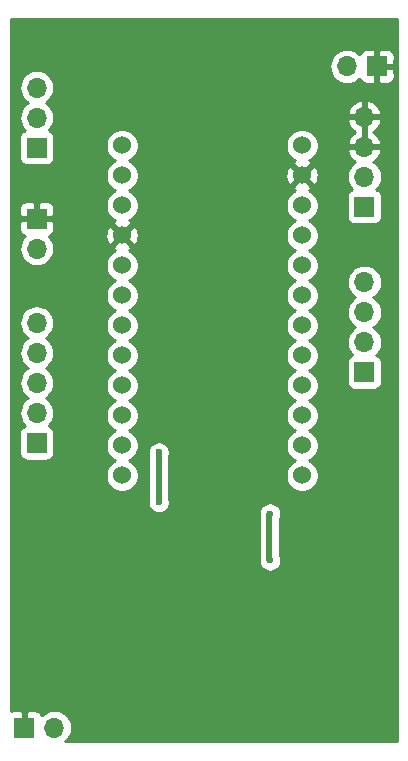
<source format=gbr>
G04 #@! TF.GenerationSoftware,KiCad,Pcbnew,(5.1.2-1)-1*
G04 #@! TF.CreationDate,2020-05-14T07:39:01+12:00*
G04 #@! TF.ProjectId,RatTrapSensorPCB,52617454-7261-4705-9365-6e736f725043,1.0*
G04 #@! TF.SameCoordinates,Original*
G04 #@! TF.FileFunction,Copper,L2,Bot*
G04 #@! TF.FilePolarity,Positive*
%FSLAX46Y46*%
G04 Gerber Fmt 4.6, Leading zero omitted, Abs format (unit mm)*
G04 Created by KiCad (PCBNEW (5.1.2-1)-1) date 2020-05-14 07:39:01*
%MOMM*%
%LPD*%
G04 APERTURE LIST*
%ADD10R,1.700000X1.700000*%
%ADD11O,1.700000X1.700000*%
%ADD12C,1.524000*%
%ADD13C,0.600000*%
%ADD14C,0.500000*%
%ADD15C,0.254000*%
G04 APERTURE END LIST*
D10*
X143825000Y-111550000D03*
D11*
X143825000Y-109010000D03*
X143825000Y-106470000D03*
D10*
X143825000Y-136550000D03*
D11*
X143825000Y-134010000D03*
X143825000Y-131470000D03*
X143825000Y-128930000D03*
X143825000Y-126390000D03*
D10*
X171550000Y-130550000D03*
D11*
X171550000Y-128010000D03*
X171550000Y-125470000D03*
X171550000Y-122930000D03*
D10*
X171550000Y-116550000D03*
D11*
X171550000Y-114010000D03*
X171550000Y-111470000D03*
X171550000Y-108930000D03*
D10*
X172625000Y-104675000D03*
D11*
X170085000Y-104675000D03*
D10*
X143825000Y-117550000D03*
D11*
X143825000Y-120090000D03*
D12*
X151041100Y-111353600D03*
X151041100Y-113893600D03*
X151041100Y-116433600D03*
X151041100Y-118973600D03*
X151041100Y-121513600D03*
X151041100Y-124053600D03*
X151041100Y-126593600D03*
X151041100Y-129133600D03*
X151041100Y-131673600D03*
X151041100Y-134213600D03*
X151041100Y-136753600D03*
X151041100Y-139293600D03*
X166281100Y-111353600D03*
X166281100Y-113893600D03*
X166281100Y-116433600D03*
X166281100Y-118973600D03*
X166281100Y-121513600D03*
X166281100Y-124053600D03*
X166281100Y-126593600D03*
X166281100Y-129133600D03*
X166281100Y-131673600D03*
X166281100Y-134213600D03*
X166281100Y-136753600D03*
X166281100Y-139293600D03*
D10*
X142775000Y-160650000D03*
D11*
X145315000Y-160650000D03*
D13*
X163575000Y-146500000D03*
X163575000Y-142525000D03*
X161200000Y-150125000D03*
X161350000Y-143575000D03*
X154150000Y-141575000D03*
X154150000Y-137350000D03*
D14*
X163525000Y-146450000D02*
X163575000Y-146500000D01*
X163525000Y-142575000D02*
X163525000Y-146450000D01*
X163575000Y-142525000D02*
X163525000Y-142575000D01*
X161200000Y-143725000D02*
X161200000Y-150125000D01*
X161350000Y-143575000D02*
X161200000Y-143725000D01*
X154150000Y-137350000D02*
X154150000Y-141575000D01*
D15*
G36*
X174290001Y-161815000D02*
G01*
X146236262Y-161815000D01*
X146370134Y-161705134D01*
X146555706Y-161479014D01*
X146693599Y-161221034D01*
X146778513Y-160941111D01*
X146807185Y-160650000D01*
X146778513Y-160358889D01*
X146693599Y-160078966D01*
X146555706Y-159820986D01*
X146370134Y-159594866D01*
X146144014Y-159409294D01*
X145886034Y-159271401D01*
X145606111Y-159186487D01*
X145387950Y-159165000D01*
X145242050Y-159165000D01*
X145023889Y-159186487D01*
X144743966Y-159271401D01*
X144485986Y-159409294D01*
X144259866Y-159594866D01*
X144235393Y-159624687D01*
X144214502Y-159555820D01*
X144155537Y-159445506D01*
X144076185Y-159348815D01*
X143979494Y-159269463D01*
X143869180Y-159210498D01*
X143749482Y-159174188D01*
X143625000Y-159161928D01*
X143060750Y-159165000D01*
X142902000Y-159323750D01*
X142902000Y-160523000D01*
X142922000Y-160523000D01*
X142922000Y-160777000D01*
X142902000Y-160777000D01*
X142902000Y-160797000D01*
X142648000Y-160797000D01*
X142648000Y-160777000D01*
X142628000Y-160777000D01*
X142628000Y-160523000D01*
X142648000Y-160523000D01*
X142648000Y-159323750D01*
X142489250Y-159165000D01*
X141925000Y-159161928D01*
X141800518Y-159174188D01*
X141680820Y-159210498D01*
X141660000Y-159221627D01*
X141660000Y-142575000D01*
X162635719Y-142575000D01*
X162640000Y-142618469D01*
X162640001Y-146406521D01*
X162635719Y-146450000D01*
X162640000Y-146493469D01*
X162640000Y-146592089D01*
X162675932Y-146772729D01*
X162746414Y-146942889D01*
X162848738Y-147096028D01*
X162978972Y-147226262D01*
X163132111Y-147328586D01*
X163302271Y-147399068D01*
X163482911Y-147435000D01*
X163667089Y-147435000D01*
X163847729Y-147399068D01*
X164017889Y-147328586D01*
X164171028Y-147226262D01*
X164301262Y-147096028D01*
X164403586Y-146942889D01*
X164474068Y-146772729D01*
X164510000Y-146592089D01*
X164510000Y-146407911D01*
X164474068Y-146227271D01*
X164410000Y-146072596D01*
X164410000Y-142952404D01*
X164474068Y-142797729D01*
X164510000Y-142617089D01*
X164510000Y-142432911D01*
X164474068Y-142252271D01*
X164403586Y-142082111D01*
X164301262Y-141928972D01*
X164171028Y-141798738D01*
X164017889Y-141696414D01*
X163847729Y-141625932D01*
X163667089Y-141590000D01*
X163482911Y-141590000D01*
X163302271Y-141625932D01*
X163132111Y-141696414D01*
X162978972Y-141798738D01*
X162848738Y-141928972D01*
X162746414Y-142082111D01*
X162675932Y-142252271D01*
X162640000Y-142432911D01*
X162640000Y-142531531D01*
X162635719Y-142575000D01*
X141660000Y-142575000D01*
X141660000Y-126390000D01*
X142332815Y-126390000D01*
X142361487Y-126681111D01*
X142446401Y-126961034D01*
X142584294Y-127219014D01*
X142769866Y-127445134D01*
X142995986Y-127630706D01*
X143050791Y-127660000D01*
X142995986Y-127689294D01*
X142769866Y-127874866D01*
X142584294Y-128100986D01*
X142446401Y-128358966D01*
X142361487Y-128638889D01*
X142332815Y-128930000D01*
X142361487Y-129221111D01*
X142446401Y-129501034D01*
X142584294Y-129759014D01*
X142769866Y-129985134D01*
X142995986Y-130170706D01*
X143050791Y-130200000D01*
X142995986Y-130229294D01*
X142769866Y-130414866D01*
X142584294Y-130640986D01*
X142446401Y-130898966D01*
X142361487Y-131178889D01*
X142332815Y-131470000D01*
X142361487Y-131761111D01*
X142446401Y-132041034D01*
X142584294Y-132299014D01*
X142769866Y-132525134D01*
X142995986Y-132710706D01*
X143050791Y-132740000D01*
X142995986Y-132769294D01*
X142769866Y-132954866D01*
X142584294Y-133180986D01*
X142446401Y-133438966D01*
X142361487Y-133718889D01*
X142332815Y-134010000D01*
X142361487Y-134301111D01*
X142446401Y-134581034D01*
X142584294Y-134839014D01*
X142769866Y-135065134D01*
X142799687Y-135089607D01*
X142730820Y-135110498D01*
X142620506Y-135169463D01*
X142523815Y-135248815D01*
X142444463Y-135345506D01*
X142385498Y-135455820D01*
X142349188Y-135575518D01*
X142336928Y-135700000D01*
X142336928Y-137400000D01*
X142349188Y-137524482D01*
X142385498Y-137644180D01*
X142444463Y-137754494D01*
X142523815Y-137851185D01*
X142620506Y-137930537D01*
X142730820Y-137989502D01*
X142850518Y-138025812D01*
X142975000Y-138038072D01*
X144675000Y-138038072D01*
X144799482Y-138025812D01*
X144919180Y-137989502D01*
X145029494Y-137930537D01*
X145126185Y-137851185D01*
X145205537Y-137754494D01*
X145264502Y-137644180D01*
X145300812Y-137524482D01*
X145313072Y-137400000D01*
X145313072Y-135700000D01*
X145300812Y-135575518D01*
X145264502Y-135455820D01*
X145205537Y-135345506D01*
X145126185Y-135248815D01*
X145029494Y-135169463D01*
X144919180Y-135110498D01*
X144850313Y-135089607D01*
X144880134Y-135065134D01*
X145065706Y-134839014D01*
X145203599Y-134581034D01*
X145288513Y-134301111D01*
X145317185Y-134010000D01*
X145288513Y-133718889D01*
X145203599Y-133438966D01*
X145065706Y-133180986D01*
X144880134Y-132954866D01*
X144654014Y-132769294D01*
X144599209Y-132740000D01*
X144654014Y-132710706D01*
X144880134Y-132525134D01*
X145065706Y-132299014D01*
X145203599Y-132041034D01*
X145288513Y-131761111D01*
X145317185Y-131470000D01*
X145288513Y-131178889D01*
X145203599Y-130898966D01*
X145065706Y-130640986D01*
X144880134Y-130414866D01*
X144654014Y-130229294D01*
X144599209Y-130200000D01*
X144654014Y-130170706D01*
X144880134Y-129985134D01*
X145065706Y-129759014D01*
X145203599Y-129501034D01*
X145288513Y-129221111D01*
X145317185Y-128930000D01*
X145288513Y-128638889D01*
X145203599Y-128358966D01*
X145065706Y-128100986D01*
X144880134Y-127874866D01*
X144654014Y-127689294D01*
X144599209Y-127660000D01*
X144654014Y-127630706D01*
X144880134Y-127445134D01*
X145065706Y-127219014D01*
X145203599Y-126961034D01*
X145288513Y-126681111D01*
X145317185Y-126390000D01*
X145288513Y-126098889D01*
X145203599Y-125818966D01*
X145065706Y-125560986D01*
X144880134Y-125334866D01*
X144654014Y-125149294D01*
X144396034Y-125011401D01*
X144116111Y-124926487D01*
X143897950Y-124905000D01*
X143752050Y-124905000D01*
X143533889Y-124926487D01*
X143253966Y-125011401D01*
X142995986Y-125149294D01*
X142769866Y-125334866D01*
X142584294Y-125560986D01*
X142446401Y-125818966D01*
X142361487Y-126098889D01*
X142332815Y-126390000D01*
X141660000Y-126390000D01*
X141660000Y-120090000D01*
X142332815Y-120090000D01*
X142361487Y-120381111D01*
X142446401Y-120661034D01*
X142584294Y-120919014D01*
X142769866Y-121145134D01*
X142995986Y-121330706D01*
X143253966Y-121468599D01*
X143533889Y-121553513D01*
X143752050Y-121575000D01*
X143897950Y-121575000D01*
X144116111Y-121553513D01*
X144396034Y-121468599D01*
X144569259Y-121376008D01*
X149644100Y-121376008D01*
X149644100Y-121651192D01*
X149697786Y-121921090D01*
X149803095Y-122175327D01*
X149955980Y-122404135D01*
X150150565Y-122598720D01*
X150379373Y-122751605D01*
X150456615Y-122783600D01*
X150379373Y-122815595D01*
X150150565Y-122968480D01*
X149955980Y-123163065D01*
X149803095Y-123391873D01*
X149697786Y-123646110D01*
X149644100Y-123916008D01*
X149644100Y-124191192D01*
X149697786Y-124461090D01*
X149803095Y-124715327D01*
X149955980Y-124944135D01*
X150150565Y-125138720D01*
X150379373Y-125291605D01*
X150456615Y-125323600D01*
X150379373Y-125355595D01*
X150150565Y-125508480D01*
X149955980Y-125703065D01*
X149803095Y-125931873D01*
X149697786Y-126186110D01*
X149644100Y-126456008D01*
X149644100Y-126731192D01*
X149697786Y-127001090D01*
X149803095Y-127255327D01*
X149955980Y-127484135D01*
X150150565Y-127678720D01*
X150379373Y-127831605D01*
X150456615Y-127863600D01*
X150379373Y-127895595D01*
X150150565Y-128048480D01*
X149955980Y-128243065D01*
X149803095Y-128471873D01*
X149697786Y-128726110D01*
X149644100Y-128996008D01*
X149644100Y-129271192D01*
X149697786Y-129541090D01*
X149803095Y-129795327D01*
X149955980Y-130024135D01*
X150150565Y-130218720D01*
X150379373Y-130371605D01*
X150456615Y-130403600D01*
X150379373Y-130435595D01*
X150150565Y-130588480D01*
X149955980Y-130783065D01*
X149803095Y-131011873D01*
X149697786Y-131266110D01*
X149644100Y-131536008D01*
X149644100Y-131811192D01*
X149697786Y-132081090D01*
X149803095Y-132335327D01*
X149955980Y-132564135D01*
X150150565Y-132758720D01*
X150379373Y-132911605D01*
X150456615Y-132943600D01*
X150379373Y-132975595D01*
X150150565Y-133128480D01*
X149955980Y-133323065D01*
X149803095Y-133551873D01*
X149697786Y-133806110D01*
X149644100Y-134076008D01*
X149644100Y-134351192D01*
X149697786Y-134621090D01*
X149803095Y-134875327D01*
X149955980Y-135104135D01*
X150150565Y-135298720D01*
X150379373Y-135451605D01*
X150456615Y-135483600D01*
X150379373Y-135515595D01*
X150150565Y-135668480D01*
X149955980Y-135863065D01*
X149803095Y-136091873D01*
X149697786Y-136346110D01*
X149644100Y-136616008D01*
X149644100Y-136891192D01*
X149697786Y-137161090D01*
X149803095Y-137415327D01*
X149955980Y-137644135D01*
X150150565Y-137838720D01*
X150379373Y-137991605D01*
X150456615Y-138023600D01*
X150379373Y-138055595D01*
X150150565Y-138208480D01*
X149955980Y-138403065D01*
X149803095Y-138631873D01*
X149697786Y-138886110D01*
X149644100Y-139156008D01*
X149644100Y-139431192D01*
X149697786Y-139701090D01*
X149803095Y-139955327D01*
X149955980Y-140184135D01*
X150150565Y-140378720D01*
X150379373Y-140531605D01*
X150633610Y-140636914D01*
X150903508Y-140690600D01*
X151178692Y-140690600D01*
X151448590Y-140636914D01*
X151702827Y-140531605D01*
X151931635Y-140378720D01*
X152126220Y-140184135D01*
X152279105Y-139955327D01*
X152384414Y-139701090D01*
X152438100Y-139431192D01*
X152438100Y-139156008D01*
X152384414Y-138886110D01*
X152279105Y-138631873D01*
X152126220Y-138403065D01*
X151931635Y-138208480D01*
X151702827Y-138055595D01*
X151625585Y-138023600D01*
X151702827Y-137991605D01*
X151931635Y-137838720D01*
X152126220Y-137644135D01*
X152279105Y-137415327D01*
X152344309Y-137257911D01*
X153215000Y-137257911D01*
X153215000Y-137442089D01*
X153250932Y-137622729D01*
X153265000Y-137656693D01*
X153265001Y-141268305D01*
X153250932Y-141302271D01*
X153215000Y-141482911D01*
X153215000Y-141667089D01*
X153250932Y-141847729D01*
X153321414Y-142017889D01*
X153423738Y-142171028D01*
X153553972Y-142301262D01*
X153707111Y-142403586D01*
X153877271Y-142474068D01*
X154057911Y-142510000D01*
X154242089Y-142510000D01*
X154422729Y-142474068D01*
X154592889Y-142403586D01*
X154746028Y-142301262D01*
X154876262Y-142171028D01*
X154978586Y-142017889D01*
X155049068Y-141847729D01*
X155085000Y-141667089D01*
X155085000Y-141482911D01*
X155049068Y-141302271D01*
X155035000Y-141268308D01*
X155035000Y-137656692D01*
X155049068Y-137622729D01*
X155085000Y-137442089D01*
X155085000Y-137257911D01*
X155049068Y-137077271D01*
X154978586Y-136907111D01*
X154876262Y-136753972D01*
X154746028Y-136623738D01*
X154592889Y-136521414D01*
X154422729Y-136450932D01*
X154242089Y-136415000D01*
X154057911Y-136415000D01*
X153877271Y-136450932D01*
X153707111Y-136521414D01*
X153553972Y-136623738D01*
X153423738Y-136753972D01*
X153321414Y-136907111D01*
X153250932Y-137077271D01*
X153215000Y-137257911D01*
X152344309Y-137257911D01*
X152384414Y-137161090D01*
X152438100Y-136891192D01*
X152438100Y-136616008D01*
X152384414Y-136346110D01*
X152279105Y-136091873D01*
X152126220Y-135863065D01*
X151931635Y-135668480D01*
X151702827Y-135515595D01*
X151625585Y-135483600D01*
X151702827Y-135451605D01*
X151931635Y-135298720D01*
X152126220Y-135104135D01*
X152279105Y-134875327D01*
X152384414Y-134621090D01*
X152438100Y-134351192D01*
X152438100Y-134076008D01*
X152384414Y-133806110D01*
X152279105Y-133551873D01*
X152126220Y-133323065D01*
X151931635Y-133128480D01*
X151702827Y-132975595D01*
X151625585Y-132943600D01*
X151702827Y-132911605D01*
X151931635Y-132758720D01*
X152126220Y-132564135D01*
X152279105Y-132335327D01*
X152384414Y-132081090D01*
X152438100Y-131811192D01*
X152438100Y-131536008D01*
X152384414Y-131266110D01*
X152279105Y-131011873D01*
X152126220Y-130783065D01*
X151931635Y-130588480D01*
X151702827Y-130435595D01*
X151625585Y-130403600D01*
X151702827Y-130371605D01*
X151931635Y-130218720D01*
X152126220Y-130024135D01*
X152279105Y-129795327D01*
X152384414Y-129541090D01*
X152438100Y-129271192D01*
X152438100Y-128996008D01*
X152384414Y-128726110D01*
X152279105Y-128471873D01*
X152126220Y-128243065D01*
X151931635Y-128048480D01*
X151702827Y-127895595D01*
X151625585Y-127863600D01*
X151702827Y-127831605D01*
X151931635Y-127678720D01*
X152126220Y-127484135D01*
X152279105Y-127255327D01*
X152384414Y-127001090D01*
X152438100Y-126731192D01*
X152438100Y-126456008D01*
X152384414Y-126186110D01*
X152279105Y-125931873D01*
X152126220Y-125703065D01*
X151931635Y-125508480D01*
X151702827Y-125355595D01*
X151625585Y-125323600D01*
X151702827Y-125291605D01*
X151931635Y-125138720D01*
X152126220Y-124944135D01*
X152279105Y-124715327D01*
X152384414Y-124461090D01*
X152438100Y-124191192D01*
X152438100Y-123916008D01*
X152384414Y-123646110D01*
X152279105Y-123391873D01*
X152126220Y-123163065D01*
X151931635Y-122968480D01*
X151702827Y-122815595D01*
X151625585Y-122783600D01*
X151702827Y-122751605D01*
X151931635Y-122598720D01*
X152126220Y-122404135D01*
X152279105Y-122175327D01*
X152384414Y-121921090D01*
X152438100Y-121651192D01*
X152438100Y-121376008D01*
X152384414Y-121106110D01*
X152279105Y-120851873D01*
X152126220Y-120623065D01*
X151931635Y-120428480D01*
X151702827Y-120275595D01*
X151631157Y-120245908D01*
X151644123Y-120241236D01*
X151760080Y-120179256D01*
X151827060Y-119939165D01*
X151041100Y-119153205D01*
X150255140Y-119939165D01*
X150322120Y-120179256D01*
X150457860Y-120243085D01*
X150379373Y-120275595D01*
X150150565Y-120428480D01*
X149955980Y-120623065D01*
X149803095Y-120851873D01*
X149697786Y-121106110D01*
X149644100Y-121376008D01*
X144569259Y-121376008D01*
X144654014Y-121330706D01*
X144880134Y-121145134D01*
X145065706Y-120919014D01*
X145203599Y-120661034D01*
X145288513Y-120381111D01*
X145317185Y-120090000D01*
X145288513Y-119798889D01*
X145203599Y-119518966D01*
X145065706Y-119260986D01*
X144888958Y-119045617D01*
X149639190Y-119045617D01*
X149680178Y-119317733D01*
X149773464Y-119576623D01*
X149835444Y-119692580D01*
X150075535Y-119759560D01*
X150861495Y-118973600D01*
X151220705Y-118973600D01*
X152006665Y-119759560D01*
X152246756Y-119692580D01*
X152363856Y-119443552D01*
X152430123Y-119176465D01*
X152443010Y-118901583D01*
X152402022Y-118629467D01*
X152308736Y-118370577D01*
X152246756Y-118254620D01*
X152006665Y-118187640D01*
X151220705Y-118973600D01*
X150861495Y-118973600D01*
X150075535Y-118187640D01*
X149835444Y-118254620D01*
X149718344Y-118503648D01*
X149652077Y-118770735D01*
X149639190Y-119045617D01*
X144888958Y-119045617D01*
X144880134Y-119034866D01*
X144850313Y-119010393D01*
X144919180Y-118989502D01*
X145029494Y-118930537D01*
X145126185Y-118851185D01*
X145205537Y-118754494D01*
X145264502Y-118644180D01*
X145300812Y-118524482D01*
X145313072Y-118400000D01*
X145310000Y-117835750D01*
X145151250Y-117677000D01*
X143952000Y-117677000D01*
X143952000Y-117697000D01*
X143698000Y-117697000D01*
X143698000Y-117677000D01*
X142498750Y-117677000D01*
X142340000Y-117835750D01*
X142336928Y-118400000D01*
X142349188Y-118524482D01*
X142385498Y-118644180D01*
X142444463Y-118754494D01*
X142523815Y-118851185D01*
X142620506Y-118930537D01*
X142730820Y-118989502D01*
X142799687Y-119010393D01*
X142769866Y-119034866D01*
X142584294Y-119260986D01*
X142446401Y-119518966D01*
X142361487Y-119798889D01*
X142332815Y-120090000D01*
X141660000Y-120090000D01*
X141660000Y-116700000D01*
X142336928Y-116700000D01*
X142340000Y-117264250D01*
X142498750Y-117423000D01*
X143698000Y-117423000D01*
X143698000Y-116223750D01*
X143952000Y-116223750D01*
X143952000Y-117423000D01*
X145151250Y-117423000D01*
X145310000Y-117264250D01*
X145313072Y-116700000D01*
X145300812Y-116575518D01*
X145264502Y-116455820D01*
X145205537Y-116345506D01*
X145126185Y-116248815D01*
X145029494Y-116169463D01*
X144919180Y-116110498D01*
X144799482Y-116074188D01*
X144675000Y-116061928D01*
X144110750Y-116065000D01*
X143952000Y-116223750D01*
X143698000Y-116223750D01*
X143539250Y-116065000D01*
X142975000Y-116061928D01*
X142850518Y-116074188D01*
X142730820Y-116110498D01*
X142620506Y-116169463D01*
X142523815Y-116248815D01*
X142444463Y-116345506D01*
X142385498Y-116455820D01*
X142349188Y-116575518D01*
X142336928Y-116700000D01*
X141660000Y-116700000D01*
X141660000Y-106470000D01*
X142332815Y-106470000D01*
X142361487Y-106761111D01*
X142446401Y-107041034D01*
X142584294Y-107299014D01*
X142769866Y-107525134D01*
X142995986Y-107710706D01*
X143050791Y-107740000D01*
X142995986Y-107769294D01*
X142769866Y-107954866D01*
X142584294Y-108180986D01*
X142446401Y-108438966D01*
X142361487Y-108718889D01*
X142332815Y-109010000D01*
X142361487Y-109301111D01*
X142446401Y-109581034D01*
X142584294Y-109839014D01*
X142769866Y-110065134D01*
X142799687Y-110089607D01*
X142730820Y-110110498D01*
X142620506Y-110169463D01*
X142523815Y-110248815D01*
X142444463Y-110345506D01*
X142385498Y-110455820D01*
X142349188Y-110575518D01*
X142336928Y-110700000D01*
X142336928Y-112400000D01*
X142349188Y-112524482D01*
X142385498Y-112644180D01*
X142444463Y-112754494D01*
X142523815Y-112851185D01*
X142620506Y-112930537D01*
X142730820Y-112989502D01*
X142850518Y-113025812D01*
X142975000Y-113038072D01*
X144675000Y-113038072D01*
X144799482Y-113025812D01*
X144919180Y-112989502D01*
X145029494Y-112930537D01*
X145126185Y-112851185D01*
X145205537Y-112754494D01*
X145264502Y-112644180D01*
X145300812Y-112524482D01*
X145313072Y-112400000D01*
X145313072Y-111216008D01*
X149644100Y-111216008D01*
X149644100Y-111491192D01*
X149697786Y-111761090D01*
X149803095Y-112015327D01*
X149955980Y-112244135D01*
X150150565Y-112438720D01*
X150379373Y-112591605D01*
X150456615Y-112623600D01*
X150379373Y-112655595D01*
X150150565Y-112808480D01*
X149955980Y-113003065D01*
X149803095Y-113231873D01*
X149697786Y-113486110D01*
X149644100Y-113756008D01*
X149644100Y-114031192D01*
X149697786Y-114301090D01*
X149803095Y-114555327D01*
X149955980Y-114784135D01*
X150150565Y-114978720D01*
X150379373Y-115131605D01*
X150456615Y-115163600D01*
X150379373Y-115195595D01*
X150150565Y-115348480D01*
X149955980Y-115543065D01*
X149803095Y-115771873D01*
X149697786Y-116026110D01*
X149644100Y-116296008D01*
X149644100Y-116571192D01*
X149697786Y-116841090D01*
X149803095Y-117095327D01*
X149955980Y-117324135D01*
X150150565Y-117518720D01*
X150379373Y-117671605D01*
X150451043Y-117701292D01*
X150438077Y-117705964D01*
X150322120Y-117767944D01*
X150255140Y-118008035D01*
X151041100Y-118793995D01*
X151827060Y-118008035D01*
X151760080Y-117767944D01*
X151624340Y-117704115D01*
X151702827Y-117671605D01*
X151931635Y-117518720D01*
X152126220Y-117324135D01*
X152279105Y-117095327D01*
X152384414Y-116841090D01*
X152438100Y-116571192D01*
X152438100Y-116296008D01*
X164884100Y-116296008D01*
X164884100Y-116571192D01*
X164937786Y-116841090D01*
X165043095Y-117095327D01*
X165195980Y-117324135D01*
X165390565Y-117518720D01*
X165619373Y-117671605D01*
X165696615Y-117703600D01*
X165619373Y-117735595D01*
X165390565Y-117888480D01*
X165195980Y-118083065D01*
X165043095Y-118311873D01*
X164937786Y-118566110D01*
X164884100Y-118836008D01*
X164884100Y-119111192D01*
X164937786Y-119381090D01*
X165043095Y-119635327D01*
X165195980Y-119864135D01*
X165390565Y-120058720D01*
X165619373Y-120211605D01*
X165696615Y-120243600D01*
X165619373Y-120275595D01*
X165390565Y-120428480D01*
X165195980Y-120623065D01*
X165043095Y-120851873D01*
X164937786Y-121106110D01*
X164884100Y-121376008D01*
X164884100Y-121651192D01*
X164937786Y-121921090D01*
X165043095Y-122175327D01*
X165195980Y-122404135D01*
X165390565Y-122598720D01*
X165619373Y-122751605D01*
X165696615Y-122783600D01*
X165619373Y-122815595D01*
X165390565Y-122968480D01*
X165195980Y-123163065D01*
X165043095Y-123391873D01*
X164937786Y-123646110D01*
X164884100Y-123916008D01*
X164884100Y-124191192D01*
X164937786Y-124461090D01*
X165043095Y-124715327D01*
X165195980Y-124944135D01*
X165390565Y-125138720D01*
X165619373Y-125291605D01*
X165696615Y-125323600D01*
X165619373Y-125355595D01*
X165390565Y-125508480D01*
X165195980Y-125703065D01*
X165043095Y-125931873D01*
X164937786Y-126186110D01*
X164884100Y-126456008D01*
X164884100Y-126731192D01*
X164937786Y-127001090D01*
X165043095Y-127255327D01*
X165195980Y-127484135D01*
X165390565Y-127678720D01*
X165619373Y-127831605D01*
X165696615Y-127863600D01*
X165619373Y-127895595D01*
X165390565Y-128048480D01*
X165195980Y-128243065D01*
X165043095Y-128471873D01*
X164937786Y-128726110D01*
X164884100Y-128996008D01*
X164884100Y-129271192D01*
X164937786Y-129541090D01*
X165043095Y-129795327D01*
X165195980Y-130024135D01*
X165390565Y-130218720D01*
X165619373Y-130371605D01*
X165696615Y-130403600D01*
X165619373Y-130435595D01*
X165390565Y-130588480D01*
X165195980Y-130783065D01*
X165043095Y-131011873D01*
X164937786Y-131266110D01*
X164884100Y-131536008D01*
X164884100Y-131811192D01*
X164937786Y-132081090D01*
X165043095Y-132335327D01*
X165195980Y-132564135D01*
X165390565Y-132758720D01*
X165619373Y-132911605D01*
X165696615Y-132943600D01*
X165619373Y-132975595D01*
X165390565Y-133128480D01*
X165195980Y-133323065D01*
X165043095Y-133551873D01*
X164937786Y-133806110D01*
X164884100Y-134076008D01*
X164884100Y-134351192D01*
X164937786Y-134621090D01*
X165043095Y-134875327D01*
X165195980Y-135104135D01*
X165390565Y-135298720D01*
X165619373Y-135451605D01*
X165696615Y-135483600D01*
X165619373Y-135515595D01*
X165390565Y-135668480D01*
X165195980Y-135863065D01*
X165043095Y-136091873D01*
X164937786Y-136346110D01*
X164884100Y-136616008D01*
X164884100Y-136891192D01*
X164937786Y-137161090D01*
X165043095Y-137415327D01*
X165195980Y-137644135D01*
X165390565Y-137838720D01*
X165619373Y-137991605D01*
X165696615Y-138023600D01*
X165619373Y-138055595D01*
X165390565Y-138208480D01*
X165195980Y-138403065D01*
X165043095Y-138631873D01*
X164937786Y-138886110D01*
X164884100Y-139156008D01*
X164884100Y-139431192D01*
X164937786Y-139701090D01*
X165043095Y-139955327D01*
X165195980Y-140184135D01*
X165390565Y-140378720D01*
X165619373Y-140531605D01*
X165873610Y-140636914D01*
X166143508Y-140690600D01*
X166418692Y-140690600D01*
X166688590Y-140636914D01*
X166942827Y-140531605D01*
X167171635Y-140378720D01*
X167366220Y-140184135D01*
X167519105Y-139955327D01*
X167624414Y-139701090D01*
X167678100Y-139431192D01*
X167678100Y-139156008D01*
X167624414Y-138886110D01*
X167519105Y-138631873D01*
X167366220Y-138403065D01*
X167171635Y-138208480D01*
X166942827Y-138055595D01*
X166865585Y-138023600D01*
X166942827Y-137991605D01*
X167171635Y-137838720D01*
X167366220Y-137644135D01*
X167519105Y-137415327D01*
X167624414Y-137161090D01*
X167678100Y-136891192D01*
X167678100Y-136616008D01*
X167624414Y-136346110D01*
X167519105Y-136091873D01*
X167366220Y-135863065D01*
X167171635Y-135668480D01*
X166942827Y-135515595D01*
X166865585Y-135483600D01*
X166942827Y-135451605D01*
X167171635Y-135298720D01*
X167366220Y-135104135D01*
X167519105Y-134875327D01*
X167624414Y-134621090D01*
X167678100Y-134351192D01*
X167678100Y-134076008D01*
X167624414Y-133806110D01*
X167519105Y-133551873D01*
X167366220Y-133323065D01*
X167171635Y-133128480D01*
X166942827Y-132975595D01*
X166865585Y-132943600D01*
X166942827Y-132911605D01*
X167171635Y-132758720D01*
X167366220Y-132564135D01*
X167519105Y-132335327D01*
X167624414Y-132081090D01*
X167678100Y-131811192D01*
X167678100Y-131536008D01*
X167624414Y-131266110D01*
X167519105Y-131011873D01*
X167366220Y-130783065D01*
X167171635Y-130588480D01*
X166942827Y-130435595D01*
X166865585Y-130403600D01*
X166942827Y-130371605D01*
X167171635Y-130218720D01*
X167366220Y-130024135D01*
X167519105Y-129795327D01*
X167624414Y-129541090D01*
X167678100Y-129271192D01*
X167678100Y-128996008D01*
X167624414Y-128726110D01*
X167519105Y-128471873D01*
X167366220Y-128243065D01*
X167171635Y-128048480D01*
X166942827Y-127895595D01*
X166865585Y-127863600D01*
X166942827Y-127831605D01*
X167171635Y-127678720D01*
X167366220Y-127484135D01*
X167519105Y-127255327D01*
X167624414Y-127001090D01*
X167678100Y-126731192D01*
X167678100Y-126456008D01*
X167624414Y-126186110D01*
X167519105Y-125931873D01*
X167366220Y-125703065D01*
X167171635Y-125508480D01*
X166942827Y-125355595D01*
X166865585Y-125323600D01*
X166942827Y-125291605D01*
X167171635Y-125138720D01*
X167366220Y-124944135D01*
X167519105Y-124715327D01*
X167624414Y-124461090D01*
X167678100Y-124191192D01*
X167678100Y-123916008D01*
X167624414Y-123646110D01*
X167519105Y-123391873D01*
X167366220Y-123163065D01*
X167171635Y-122968480D01*
X167114046Y-122930000D01*
X170057815Y-122930000D01*
X170086487Y-123221111D01*
X170171401Y-123501034D01*
X170309294Y-123759014D01*
X170494866Y-123985134D01*
X170720986Y-124170706D01*
X170775791Y-124200000D01*
X170720986Y-124229294D01*
X170494866Y-124414866D01*
X170309294Y-124640986D01*
X170171401Y-124898966D01*
X170086487Y-125178889D01*
X170057815Y-125470000D01*
X170086487Y-125761111D01*
X170171401Y-126041034D01*
X170309294Y-126299014D01*
X170494866Y-126525134D01*
X170720986Y-126710706D01*
X170775791Y-126740000D01*
X170720986Y-126769294D01*
X170494866Y-126954866D01*
X170309294Y-127180986D01*
X170171401Y-127438966D01*
X170086487Y-127718889D01*
X170057815Y-128010000D01*
X170086487Y-128301111D01*
X170171401Y-128581034D01*
X170309294Y-128839014D01*
X170494866Y-129065134D01*
X170524687Y-129089607D01*
X170455820Y-129110498D01*
X170345506Y-129169463D01*
X170248815Y-129248815D01*
X170169463Y-129345506D01*
X170110498Y-129455820D01*
X170074188Y-129575518D01*
X170061928Y-129700000D01*
X170061928Y-131400000D01*
X170074188Y-131524482D01*
X170110498Y-131644180D01*
X170169463Y-131754494D01*
X170248815Y-131851185D01*
X170345506Y-131930537D01*
X170455820Y-131989502D01*
X170575518Y-132025812D01*
X170700000Y-132038072D01*
X172400000Y-132038072D01*
X172524482Y-132025812D01*
X172644180Y-131989502D01*
X172754494Y-131930537D01*
X172851185Y-131851185D01*
X172930537Y-131754494D01*
X172989502Y-131644180D01*
X173025812Y-131524482D01*
X173038072Y-131400000D01*
X173038072Y-129700000D01*
X173025812Y-129575518D01*
X172989502Y-129455820D01*
X172930537Y-129345506D01*
X172851185Y-129248815D01*
X172754494Y-129169463D01*
X172644180Y-129110498D01*
X172575313Y-129089607D01*
X172605134Y-129065134D01*
X172790706Y-128839014D01*
X172928599Y-128581034D01*
X173013513Y-128301111D01*
X173042185Y-128010000D01*
X173013513Y-127718889D01*
X172928599Y-127438966D01*
X172790706Y-127180986D01*
X172605134Y-126954866D01*
X172379014Y-126769294D01*
X172324209Y-126740000D01*
X172379014Y-126710706D01*
X172605134Y-126525134D01*
X172790706Y-126299014D01*
X172928599Y-126041034D01*
X173013513Y-125761111D01*
X173042185Y-125470000D01*
X173013513Y-125178889D01*
X172928599Y-124898966D01*
X172790706Y-124640986D01*
X172605134Y-124414866D01*
X172379014Y-124229294D01*
X172324209Y-124200000D01*
X172379014Y-124170706D01*
X172605134Y-123985134D01*
X172790706Y-123759014D01*
X172928599Y-123501034D01*
X173013513Y-123221111D01*
X173042185Y-122930000D01*
X173013513Y-122638889D01*
X172928599Y-122358966D01*
X172790706Y-122100986D01*
X172605134Y-121874866D01*
X172379014Y-121689294D01*
X172121034Y-121551401D01*
X171841111Y-121466487D01*
X171622950Y-121445000D01*
X171477050Y-121445000D01*
X171258889Y-121466487D01*
X170978966Y-121551401D01*
X170720986Y-121689294D01*
X170494866Y-121874866D01*
X170309294Y-122100986D01*
X170171401Y-122358966D01*
X170086487Y-122638889D01*
X170057815Y-122930000D01*
X167114046Y-122930000D01*
X166942827Y-122815595D01*
X166865585Y-122783600D01*
X166942827Y-122751605D01*
X167171635Y-122598720D01*
X167366220Y-122404135D01*
X167519105Y-122175327D01*
X167624414Y-121921090D01*
X167678100Y-121651192D01*
X167678100Y-121376008D01*
X167624414Y-121106110D01*
X167519105Y-120851873D01*
X167366220Y-120623065D01*
X167171635Y-120428480D01*
X166942827Y-120275595D01*
X166865585Y-120243600D01*
X166942827Y-120211605D01*
X167171635Y-120058720D01*
X167366220Y-119864135D01*
X167519105Y-119635327D01*
X167624414Y-119381090D01*
X167678100Y-119111192D01*
X167678100Y-118836008D01*
X167624414Y-118566110D01*
X167519105Y-118311873D01*
X167366220Y-118083065D01*
X167171635Y-117888480D01*
X166942827Y-117735595D01*
X166865585Y-117703600D01*
X166942827Y-117671605D01*
X167171635Y-117518720D01*
X167366220Y-117324135D01*
X167519105Y-117095327D01*
X167624414Y-116841090D01*
X167678100Y-116571192D01*
X167678100Y-116296008D01*
X167624414Y-116026110D01*
X167519105Y-115771873D01*
X167366220Y-115543065D01*
X167171635Y-115348480D01*
X166942827Y-115195595D01*
X166871157Y-115165908D01*
X166884123Y-115161236D01*
X167000080Y-115099256D01*
X167067060Y-114859165D01*
X166281100Y-114073205D01*
X165495140Y-114859165D01*
X165562120Y-115099256D01*
X165697860Y-115163085D01*
X165619373Y-115195595D01*
X165390565Y-115348480D01*
X165195980Y-115543065D01*
X165043095Y-115771873D01*
X164937786Y-116026110D01*
X164884100Y-116296008D01*
X152438100Y-116296008D01*
X152384414Y-116026110D01*
X152279105Y-115771873D01*
X152126220Y-115543065D01*
X151931635Y-115348480D01*
X151702827Y-115195595D01*
X151625585Y-115163600D01*
X151702827Y-115131605D01*
X151931635Y-114978720D01*
X152126220Y-114784135D01*
X152279105Y-114555327D01*
X152384414Y-114301090D01*
X152438100Y-114031192D01*
X152438100Y-113965617D01*
X164879190Y-113965617D01*
X164920178Y-114237733D01*
X165013464Y-114496623D01*
X165075444Y-114612580D01*
X165315535Y-114679560D01*
X166101495Y-113893600D01*
X166460705Y-113893600D01*
X167246665Y-114679560D01*
X167486756Y-114612580D01*
X167603856Y-114363552D01*
X167670123Y-114096465D01*
X167674176Y-114010000D01*
X170057815Y-114010000D01*
X170086487Y-114301111D01*
X170171401Y-114581034D01*
X170309294Y-114839014D01*
X170494866Y-115065134D01*
X170524687Y-115089607D01*
X170455820Y-115110498D01*
X170345506Y-115169463D01*
X170248815Y-115248815D01*
X170169463Y-115345506D01*
X170110498Y-115455820D01*
X170074188Y-115575518D01*
X170061928Y-115700000D01*
X170061928Y-117400000D01*
X170074188Y-117524482D01*
X170110498Y-117644180D01*
X170169463Y-117754494D01*
X170248815Y-117851185D01*
X170345506Y-117930537D01*
X170455820Y-117989502D01*
X170575518Y-118025812D01*
X170700000Y-118038072D01*
X172400000Y-118038072D01*
X172524482Y-118025812D01*
X172644180Y-117989502D01*
X172754494Y-117930537D01*
X172851185Y-117851185D01*
X172930537Y-117754494D01*
X172989502Y-117644180D01*
X173025812Y-117524482D01*
X173038072Y-117400000D01*
X173038072Y-115700000D01*
X173025812Y-115575518D01*
X172989502Y-115455820D01*
X172930537Y-115345506D01*
X172851185Y-115248815D01*
X172754494Y-115169463D01*
X172644180Y-115110498D01*
X172575313Y-115089607D01*
X172605134Y-115065134D01*
X172790706Y-114839014D01*
X172928599Y-114581034D01*
X173013513Y-114301111D01*
X173042185Y-114010000D01*
X173013513Y-113718889D01*
X172928599Y-113438966D01*
X172790706Y-113180986D01*
X172605134Y-112954866D01*
X172379014Y-112769294D01*
X172314477Y-112734799D01*
X172431355Y-112665178D01*
X172647588Y-112470269D01*
X172821641Y-112236920D01*
X172946825Y-111974099D01*
X172991476Y-111826890D01*
X172870155Y-111597000D01*
X171677000Y-111597000D01*
X171677000Y-111617000D01*
X171423000Y-111617000D01*
X171423000Y-111597000D01*
X170229845Y-111597000D01*
X170108524Y-111826890D01*
X170153175Y-111974099D01*
X170278359Y-112236920D01*
X170452412Y-112470269D01*
X170668645Y-112665178D01*
X170785523Y-112734799D01*
X170720986Y-112769294D01*
X170494866Y-112954866D01*
X170309294Y-113180986D01*
X170171401Y-113438966D01*
X170086487Y-113718889D01*
X170057815Y-114010000D01*
X167674176Y-114010000D01*
X167683010Y-113821583D01*
X167642022Y-113549467D01*
X167548736Y-113290577D01*
X167486756Y-113174620D01*
X167246665Y-113107640D01*
X166460705Y-113893600D01*
X166101495Y-113893600D01*
X165315535Y-113107640D01*
X165075444Y-113174620D01*
X164958344Y-113423648D01*
X164892077Y-113690735D01*
X164879190Y-113965617D01*
X152438100Y-113965617D01*
X152438100Y-113756008D01*
X152384414Y-113486110D01*
X152279105Y-113231873D01*
X152126220Y-113003065D01*
X151931635Y-112808480D01*
X151702827Y-112655595D01*
X151625585Y-112623600D01*
X151702827Y-112591605D01*
X151931635Y-112438720D01*
X152126220Y-112244135D01*
X152279105Y-112015327D01*
X152384414Y-111761090D01*
X152438100Y-111491192D01*
X152438100Y-111216008D01*
X164884100Y-111216008D01*
X164884100Y-111491192D01*
X164937786Y-111761090D01*
X165043095Y-112015327D01*
X165195980Y-112244135D01*
X165390565Y-112438720D01*
X165619373Y-112591605D01*
X165691043Y-112621292D01*
X165678077Y-112625964D01*
X165562120Y-112687944D01*
X165495140Y-112928035D01*
X166281100Y-113713995D01*
X167067060Y-112928035D01*
X167000080Y-112687944D01*
X166864340Y-112624115D01*
X166942827Y-112591605D01*
X167171635Y-112438720D01*
X167366220Y-112244135D01*
X167519105Y-112015327D01*
X167624414Y-111761090D01*
X167678100Y-111491192D01*
X167678100Y-111216008D01*
X167624414Y-110946110D01*
X167519105Y-110691873D01*
X167366220Y-110463065D01*
X167171635Y-110268480D01*
X166942827Y-110115595D01*
X166688590Y-110010286D01*
X166418692Y-109956600D01*
X166143508Y-109956600D01*
X165873610Y-110010286D01*
X165619373Y-110115595D01*
X165390565Y-110268480D01*
X165195980Y-110463065D01*
X165043095Y-110691873D01*
X164937786Y-110946110D01*
X164884100Y-111216008D01*
X152438100Y-111216008D01*
X152384414Y-110946110D01*
X152279105Y-110691873D01*
X152126220Y-110463065D01*
X151931635Y-110268480D01*
X151702827Y-110115595D01*
X151448590Y-110010286D01*
X151178692Y-109956600D01*
X150903508Y-109956600D01*
X150633610Y-110010286D01*
X150379373Y-110115595D01*
X150150565Y-110268480D01*
X149955980Y-110463065D01*
X149803095Y-110691873D01*
X149697786Y-110946110D01*
X149644100Y-111216008D01*
X145313072Y-111216008D01*
X145313072Y-110700000D01*
X145300812Y-110575518D01*
X145264502Y-110455820D01*
X145205537Y-110345506D01*
X145126185Y-110248815D01*
X145029494Y-110169463D01*
X144919180Y-110110498D01*
X144850313Y-110089607D01*
X144880134Y-110065134D01*
X145065706Y-109839014D01*
X145203599Y-109581034D01*
X145288513Y-109301111D01*
X145289913Y-109286890D01*
X170108524Y-109286890D01*
X170153175Y-109434099D01*
X170278359Y-109696920D01*
X170452412Y-109930269D01*
X170668645Y-110125178D01*
X170794255Y-110200000D01*
X170668645Y-110274822D01*
X170452412Y-110469731D01*
X170278359Y-110703080D01*
X170153175Y-110965901D01*
X170108524Y-111113110D01*
X170229845Y-111343000D01*
X171423000Y-111343000D01*
X171423000Y-109057000D01*
X171677000Y-109057000D01*
X171677000Y-111343000D01*
X172870155Y-111343000D01*
X172991476Y-111113110D01*
X172946825Y-110965901D01*
X172821641Y-110703080D01*
X172647588Y-110469731D01*
X172431355Y-110274822D01*
X172305745Y-110200000D01*
X172431355Y-110125178D01*
X172647588Y-109930269D01*
X172821641Y-109696920D01*
X172946825Y-109434099D01*
X172991476Y-109286890D01*
X172870155Y-109057000D01*
X171677000Y-109057000D01*
X171423000Y-109057000D01*
X170229845Y-109057000D01*
X170108524Y-109286890D01*
X145289913Y-109286890D01*
X145317185Y-109010000D01*
X145288513Y-108718889D01*
X145244292Y-108573110D01*
X170108524Y-108573110D01*
X170229845Y-108803000D01*
X171423000Y-108803000D01*
X171423000Y-107609186D01*
X171677000Y-107609186D01*
X171677000Y-108803000D01*
X172870155Y-108803000D01*
X172991476Y-108573110D01*
X172946825Y-108425901D01*
X172821641Y-108163080D01*
X172647588Y-107929731D01*
X172431355Y-107734822D01*
X172181252Y-107585843D01*
X171906891Y-107488519D01*
X171677000Y-107609186D01*
X171423000Y-107609186D01*
X171193109Y-107488519D01*
X170918748Y-107585843D01*
X170668645Y-107734822D01*
X170452412Y-107929731D01*
X170278359Y-108163080D01*
X170153175Y-108425901D01*
X170108524Y-108573110D01*
X145244292Y-108573110D01*
X145203599Y-108438966D01*
X145065706Y-108180986D01*
X144880134Y-107954866D01*
X144654014Y-107769294D01*
X144599209Y-107740000D01*
X144654014Y-107710706D01*
X144880134Y-107525134D01*
X145065706Y-107299014D01*
X145203599Y-107041034D01*
X145288513Y-106761111D01*
X145317185Y-106470000D01*
X145288513Y-106178889D01*
X145203599Y-105898966D01*
X145065706Y-105640986D01*
X144880134Y-105414866D01*
X144654014Y-105229294D01*
X144396034Y-105091401D01*
X144116111Y-105006487D01*
X143897950Y-104985000D01*
X143752050Y-104985000D01*
X143533889Y-105006487D01*
X143253966Y-105091401D01*
X142995986Y-105229294D01*
X142769866Y-105414866D01*
X142584294Y-105640986D01*
X142446401Y-105898966D01*
X142361487Y-106178889D01*
X142332815Y-106470000D01*
X141660000Y-106470000D01*
X141660000Y-104675000D01*
X168592815Y-104675000D01*
X168621487Y-104966111D01*
X168706401Y-105246034D01*
X168844294Y-105504014D01*
X169029866Y-105730134D01*
X169255986Y-105915706D01*
X169513966Y-106053599D01*
X169793889Y-106138513D01*
X170012050Y-106160000D01*
X170157950Y-106160000D01*
X170376111Y-106138513D01*
X170656034Y-106053599D01*
X170914014Y-105915706D01*
X171140134Y-105730134D01*
X171164607Y-105700313D01*
X171185498Y-105769180D01*
X171244463Y-105879494D01*
X171323815Y-105976185D01*
X171420506Y-106055537D01*
X171530820Y-106114502D01*
X171650518Y-106150812D01*
X171775000Y-106163072D01*
X172339250Y-106160000D01*
X172498000Y-106001250D01*
X172498000Y-104802000D01*
X172752000Y-104802000D01*
X172752000Y-106001250D01*
X172910750Y-106160000D01*
X173475000Y-106163072D01*
X173599482Y-106150812D01*
X173719180Y-106114502D01*
X173829494Y-106055537D01*
X173926185Y-105976185D01*
X174005537Y-105879494D01*
X174064502Y-105769180D01*
X174100812Y-105649482D01*
X174113072Y-105525000D01*
X174110000Y-104960750D01*
X173951250Y-104802000D01*
X172752000Y-104802000D01*
X172498000Y-104802000D01*
X172478000Y-104802000D01*
X172478000Y-104548000D01*
X172498000Y-104548000D01*
X172498000Y-103348750D01*
X172752000Y-103348750D01*
X172752000Y-104548000D01*
X173951250Y-104548000D01*
X174110000Y-104389250D01*
X174113072Y-103825000D01*
X174100812Y-103700518D01*
X174064502Y-103580820D01*
X174005537Y-103470506D01*
X173926185Y-103373815D01*
X173829494Y-103294463D01*
X173719180Y-103235498D01*
X173599482Y-103199188D01*
X173475000Y-103186928D01*
X172910750Y-103190000D01*
X172752000Y-103348750D01*
X172498000Y-103348750D01*
X172339250Y-103190000D01*
X171775000Y-103186928D01*
X171650518Y-103199188D01*
X171530820Y-103235498D01*
X171420506Y-103294463D01*
X171323815Y-103373815D01*
X171244463Y-103470506D01*
X171185498Y-103580820D01*
X171164607Y-103649687D01*
X171140134Y-103619866D01*
X170914014Y-103434294D01*
X170656034Y-103296401D01*
X170376111Y-103211487D01*
X170157950Y-103190000D01*
X170012050Y-103190000D01*
X169793889Y-103211487D01*
X169513966Y-103296401D01*
X169255986Y-103434294D01*
X169029866Y-103619866D01*
X168844294Y-103845986D01*
X168706401Y-104103966D01*
X168621487Y-104383889D01*
X168592815Y-104675000D01*
X141660000Y-104675000D01*
X141660000Y-100685000D01*
X174290000Y-100685000D01*
X174290001Y-161815000D01*
X174290001Y-161815000D01*
G37*
X174290001Y-161815000D02*
X146236262Y-161815000D01*
X146370134Y-161705134D01*
X146555706Y-161479014D01*
X146693599Y-161221034D01*
X146778513Y-160941111D01*
X146807185Y-160650000D01*
X146778513Y-160358889D01*
X146693599Y-160078966D01*
X146555706Y-159820986D01*
X146370134Y-159594866D01*
X146144014Y-159409294D01*
X145886034Y-159271401D01*
X145606111Y-159186487D01*
X145387950Y-159165000D01*
X145242050Y-159165000D01*
X145023889Y-159186487D01*
X144743966Y-159271401D01*
X144485986Y-159409294D01*
X144259866Y-159594866D01*
X144235393Y-159624687D01*
X144214502Y-159555820D01*
X144155537Y-159445506D01*
X144076185Y-159348815D01*
X143979494Y-159269463D01*
X143869180Y-159210498D01*
X143749482Y-159174188D01*
X143625000Y-159161928D01*
X143060750Y-159165000D01*
X142902000Y-159323750D01*
X142902000Y-160523000D01*
X142922000Y-160523000D01*
X142922000Y-160777000D01*
X142902000Y-160777000D01*
X142902000Y-160797000D01*
X142648000Y-160797000D01*
X142648000Y-160777000D01*
X142628000Y-160777000D01*
X142628000Y-160523000D01*
X142648000Y-160523000D01*
X142648000Y-159323750D01*
X142489250Y-159165000D01*
X141925000Y-159161928D01*
X141800518Y-159174188D01*
X141680820Y-159210498D01*
X141660000Y-159221627D01*
X141660000Y-142575000D01*
X162635719Y-142575000D01*
X162640000Y-142618469D01*
X162640001Y-146406521D01*
X162635719Y-146450000D01*
X162640000Y-146493469D01*
X162640000Y-146592089D01*
X162675932Y-146772729D01*
X162746414Y-146942889D01*
X162848738Y-147096028D01*
X162978972Y-147226262D01*
X163132111Y-147328586D01*
X163302271Y-147399068D01*
X163482911Y-147435000D01*
X163667089Y-147435000D01*
X163847729Y-147399068D01*
X164017889Y-147328586D01*
X164171028Y-147226262D01*
X164301262Y-147096028D01*
X164403586Y-146942889D01*
X164474068Y-146772729D01*
X164510000Y-146592089D01*
X164510000Y-146407911D01*
X164474068Y-146227271D01*
X164410000Y-146072596D01*
X164410000Y-142952404D01*
X164474068Y-142797729D01*
X164510000Y-142617089D01*
X164510000Y-142432911D01*
X164474068Y-142252271D01*
X164403586Y-142082111D01*
X164301262Y-141928972D01*
X164171028Y-141798738D01*
X164017889Y-141696414D01*
X163847729Y-141625932D01*
X163667089Y-141590000D01*
X163482911Y-141590000D01*
X163302271Y-141625932D01*
X163132111Y-141696414D01*
X162978972Y-141798738D01*
X162848738Y-141928972D01*
X162746414Y-142082111D01*
X162675932Y-142252271D01*
X162640000Y-142432911D01*
X162640000Y-142531531D01*
X162635719Y-142575000D01*
X141660000Y-142575000D01*
X141660000Y-126390000D01*
X142332815Y-126390000D01*
X142361487Y-126681111D01*
X142446401Y-126961034D01*
X142584294Y-127219014D01*
X142769866Y-127445134D01*
X142995986Y-127630706D01*
X143050791Y-127660000D01*
X142995986Y-127689294D01*
X142769866Y-127874866D01*
X142584294Y-128100986D01*
X142446401Y-128358966D01*
X142361487Y-128638889D01*
X142332815Y-128930000D01*
X142361487Y-129221111D01*
X142446401Y-129501034D01*
X142584294Y-129759014D01*
X142769866Y-129985134D01*
X142995986Y-130170706D01*
X143050791Y-130200000D01*
X142995986Y-130229294D01*
X142769866Y-130414866D01*
X142584294Y-130640986D01*
X142446401Y-130898966D01*
X142361487Y-131178889D01*
X142332815Y-131470000D01*
X142361487Y-131761111D01*
X142446401Y-132041034D01*
X142584294Y-132299014D01*
X142769866Y-132525134D01*
X142995986Y-132710706D01*
X143050791Y-132740000D01*
X142995986Y-132769294D01*
X142769866Y-132954866D01*
X142584294Y-133180986D01*
X142446401Y-133438966D01*
X142361487Y-133718889D01*
X142332815Y-134010000D01*
X142361487Y-134301111D01*
X142446401Y-134581034D01*
X142584294Y-134839014D01*
X142769866Y-135065134D01*
X142799687Y-135089607D01*
X142730820Y-135110498D01*
X142620506Y-135169463D01*
X142523815Y-135248815D01*
X142444463Y-135345506D01*
X142385498Y-135455820D01*
X142349188Y-135575518D01*
X142336928Y-135700000D01*
X142336928Y-137400000D01*
X142349188Y-137524482D01*
X142385498Y-137644180D01*
X142444463Y-137754494D01*
X142523815Y-137851185D01*
X142620506Y-137930537D01*
X142730820Y-137989502D01*
X142850518Y-138025812D01*
X142975000Y-138038072D01*
X144675000Y-138038072D01*
X144799482Y-138025812D01*
X144919180Y-137989502D01*
X145029494Y-137930537D01*
X145126185Y-137851185D01*
X145205537Y-137754494D01*
X145264502Y-137644180D01*
X145300812Y-137524482D01*
X145313072Y-137400000D01*
X145313072Y-135700000D01*
X145300812Y-135575518D01*
X145264502Y-135455820D01*
X145205537Y-135345506D01*
X145126185Y-135248815D01*
X145029494Y-135169463D01*
X144919180Y-135110498D01*
X144850313Y-135089607D01*
X144880134Y-135065134D01*
X145065706Y-134839014D01*
X145203599Y-134581034D01*
X145288513Y-134301111D01*
X145317185Y-134010000D01*
X145288513Y-133718889D01*
X145203599Y-133438966D01*
X145065706Y-133180986D01*
X144880134Y-132954866D01*
X144654014Y-132769294D01*
X144599209Y-132740000D01*
X144654014Y-132710706D01*
X144880134Y-132525134D01*
X145065706Y-132299014D01*
X145203599Y-132041034D01*
X145288513Y-131761111D01*
X145317185Y-131470000D01*
X145288513Y-131178889D01*
X145203599Y-130898966D01*
X145065706Y-130640986D01*
X144880134Y-130414866D01*
X144654014Y-130229294D01*
X144599209Y-130200000D01*
X144654014Y-130170706D01*
X144880134Y-129985134D01*
X145065706Y-129759014D01*
X145203599Y-129501034D01*
X145288513Y-129221111D01*
X145317185Y-128930000D01*
X145288513Y-128638889D01*
X145203599Y-128358966D01*
X145065706Y-128100986D01*
X144880134Y-127874866D01*
X144654014Y-127689294D01*
X144599209Y-127660000D01*
X144654014Y-127630706D01*
X144880134Y-127445134D01*
X145065706Y-127219014D01*
X145203599Y-126961034D01*
X145288513Y-126681111D01*
X145317185Y-126390000D01*
X145288513Y-126098889D01*
X145203599Y-125818966D01*
X145065706Y-125560986D01*
X144880134Y-125334866D01*
X144654014Y-125149294D01*
X144396034Y-125011401D01*
X144116111Y-124926487D01*
X143897950Y-124905000D01*
X143752050Y-124905000D01*
X143533889Y-124926487D01*
X143253966Y-125011401D01*
X142995986Y-125149294D01*
X142769866Y-125334866D01*
X142584294Y-125560986D01*
X142446401Y-125818966D01*
X142361487Y-126098889D01*
X142332815Y-126390000D01*
X141660000Y-126390000D01*
X141660000Y-120090000D01*
X142332815Y-120090000D01*
X142361487Y-120381111D01*
X142446401Y-120661034D01*
X142584294Y-120919014D01*
X142769866Y-121145134D01*
X142995986Y-121330706D01*
X143253966Y-121468599D01*
X143533889Y-121553513D01*
X143752050Y-121575000D01*
X143897950Y-121575000D01*
X144116111Y-121553513D01*
X144396034Y-121468599D01*
X144569259Y-121376008D01*
X149644100Y-121376008D01*
X149644100Y-121651192D01*
X149697786Y-121921090D01*
X149803095Y-122175327D01*
X149955980Y-122404135D01*
X150150565Y-122598720D01*
X150379373Y-122751605D01*
X150456615Y-122783600D01*
X150379373Y-122815595D01*
X150150565Y-122968480D01*
X149955980Y-123163065D01*
X149803095Y-123391873D01*
X149697786Y-123646110D01*
X149644100Y-123916008D01*
X149644100Y-124191192D01*
X149697786Y-124461090D01*
X149803095Y-124715327D01*
X149955980Y-124944135D01*
X150150565Y-125138720D01*
X150379373Y-125291605D01*
X150456615Y-125323600D01*
X150379373Y-125355595D01*
X150150565Y-125508480D01*
X149955980Y-125703065D01*
X149803095Y-125931873D01*
X149697786Y-126186110D01*
X149644100Y-126456008D01*
X149644100Y-126731192D01*
X149697786Y-127001090D01*
X149803095Y-127255327D01*
X149955980Y-127484135D01*
X150150565Y-127678720D01*
X150379373Y-127831605D01*
X150456615Y-127863600D01*
X150379373Y-127895595D01*
X150150565Y-128048480D01*
X149955980Y-128243065D01*
X149803095Y-128471873D01*
X149697786Y-128726110D01*
X149644100Y-128996008D01*
X149644100Y-129271192D01*
X149697786Y-129541090D01*
X149803095Y-129795327D01*
X149955980Y-130024135D01*
X150150565Y-130218720D01*
X150379373Y-130371605D01*
X150456615Y-130403600D01*
X150379373Y-130435595D01*
X150150565Y-130588480D01*
X149955980Y-130783065D01*
X149803095Y-131011873D01*
X149697786Y-131266110D01*
X149644100Y-131536008D01*
X149644100Y-131811192D01*
X149697786Y-132081090D01*
X149803095Y-132335327D01*
X149955980Y-132564135D01*
X150150565Y-132758720D01*
X150379373Y-132911605D01*
X150456615Y-132943600D01*
X150379373Y-132975595D01*
X150150565Y-133128480D01*
X149955980Y-133323065D01*
X149803095Y-133551873D01*
X149697786Y-133806110D01*
X149644100Y-134076008D01*
X149644100Y-134351192D01*
X149697786Y-134621090D01*
X149803095Y-134875327D01*
X149955980Y-135104135D01*
X150150565Y-135298720D01*
X150379373Y-135451605D01*
X150456615Y-135483600D01*
X150379373Y-135515595D01*
X150150565Y-135668480D01*
X149955980Y-135863065D01*
X149803095Y-136091873D01*
X149697786Y-136346110D01*
X149644100Y-136616008D01*
X149644100Y-136891192D01*
X149697786Y-137161090D01*
X149803095Y-137415327D01*
X149955980Y-137644135D01*
X150150565Y-137838720D01*
X150379373Y-137991605D01*
X150456615Y-138023600D01*
X150379373Y-138055595D01*
X150150565Y-138208480D01*
X149955980Y-138403065D01*
X149803095Y-138631873D01*
X149697786Y-138886110D01*
X149644100Y-139156008D01*
X149644100Y-139431192D01*
X149697786Y-139701090D01*
X149803095Y-139955327D01*
X149955980Y-140184135D01*
X150150565Y-140378720D01*
X150379373Y-140531605D01*
X150633610Y-140636914D01*
X150903508Y-140690600D01*
X151178692Y-140690600D01*
X151448590Y-140636914D01*
X151702827Y-140531605D01*
X151931635Y-140378720D01*
X152126220Y-140184135D01*
X152279105Y-139955327D01*
X152384414Y-139701090D01*
X152438100Y-139431192D01*
X152438100Y-139156008D01*
X152384414Y-138886110D01*
X152279105Y-138631873D01*
X152126220Y-138403065D01*
X151931635Y-138208480D01*
X151702827Y-138055595D01*
X151625585Y-138023600D01*
X151702827Y-137991605D01*
X151931635Y-137838720D01*
X152126220Y-137644135D01*
X152279105Y-137415327D01*
X152344309Y-137257911D01*
X153215000Y-137257911D01*
X153215000Y-137442089D01*
X153250932Y-137622729D01*
X153265000Y-137656693D01*
X153265001Y-141268305D01*
X153250932Y-141302271D01*
X153215000Y-141482911D01*
X153215000Y-141667089D01*
X153250932Y-141847729D01*
X153321414Y-142017889D01*
X153423738Y-142171028D01*
X153553972Y-142301262D01*
X153707111Y-142403586D01*
X153877271Y-142474068D01*
X154057911Y-142510000D01*
X154242089Y-142510000D01*
X154422729Y-142474068D01*
X154592889Y-142403586D01*
X154746028Y-142301262D01*
X154876262Y-142171028D01*
X154978586Y-142017889D01*
X155049068Y-141847729D01*
X155085000Y-141667089D01*
X155085000Y-141482911D01*
X155049068Y-141302271D01*
X155035000Y-141268308D01*
X155035000Y-137656692D01*
X155049068Y-137622729D01*
X155085000Y-137442089D01*
X155085000Y-137257911D01*
X155049068Y-137077271D01*
X154978586Y-136907111D01*
X154876262Y-136753972D01*
X154746028Y-136623738D01*
X154592889Y-136521414D01*
X154422729Y-136450932D01*
X154242089Y-136415000D01*
X154057911Y-136415000D01*
X153877271Y-136450932D01*
X153707111Y-136521414D01*
X153553972Y-136623738D01*
X153423738Y-136753972D01*
X153321414Y-136907111D01*
X153250932Y-137077271D01*
X153215000Y-137257911D01*
X152344309Y-137257911D01*
X152384414Y-137161090D01*
X152438100Y-136891192D01*
X152438100Y-136616008D01*
X152384414Y-136346110D01*
X152279105Y-136091873D01*
X152126220Y-135863065D01*
X151931635Y-135668480D01*
X151702827Y-135515595D01*
X151625585Y-135483600D01*
X151702827Y-135451605D01*
X151931635Y-135298720D01*
X152126220Y-135104135D01*
X152279105Y-134875327D01*
X152384414Y-134621090D01*
X152438100Y-134351192D01*
X152438100Y-134076008D01*
X152384414Y-133806110D01*
X152279105Y-133551873D01*
X152126220Y-133323065D01*
X151931635Y-133128480D01*
X151702827Y-132975595D01*
X151625585Y-132943600D01*
X151702827Y-132911605D01*
X151931635Y-132758720D01*
X152126220Y-132564135D01*
X152279105Y-132335327D01*
X152384414Y-132081090D01*
X152438100Y-131811192D01*
X152438100Y-131536008D01*
X152384414Y-131266110D01*
X152279105Y-131011873D01*
X152126220Y-130783065D01*
X151931635Y-130588480D01*
X151702827Y-130435595D01*
X151625585Y-130403600D01*
X151702827Y-130371605D01*
X151931635Y-130218720D01*
X152126220Y-130024135D01*
X152279105Y-129795327D01*
X152384414Y-129541090D01*
X152438100Y-129271192D01*
X152438100Y-128996008D01*
X152384414Y-128726110D01*
X152279105Y-128471873D01*
X152126220Y-128243065D01*
X151931635Y-128048480D01*
X151702827Y-127895595D01*
X151625585Y-127863600D01*
X151702827Y-127831605D01*
X151931635Y-127678720D01*
X152126220Y-127484135D01*
X152279105Y-127255327D01*
X152384414Y-127001090D01*
X152438100Y-126731192D01*
X152438100Y-126456008D01*
X152384414Y-126186110D01*
X152279105Y-125931873D01*
X152126220Y-125703065D01*
X151931635Y-125508480D01*
X151702827Y-125355595D01*
X151625585Y-125323600D01*
X151702827Y-125291605D01*
X151931635Y-125138720D01*
X152126220Y-124944135D01*
X152279105Y-124715327D01*
X152384414Y-124461090D01*
X152438100Y-124191192D01*
X152438100Y-123916008D01*
X152384414Y-123646110D01*
X152279105Y-123391873D01*
X152126220Y-123163065D01*
X151931635Y-122968480D01*
X151702827Y-122815595D01*
X151625585Y-122783600D01*
X151702827Y-122751605D01*
X151931635Y-122598720D01*
X152126220Y-122404135D01*
X152279105Y-122175327D01*
X152384414Y-121921090D01*
X152438100Y-121651192D01*
X152438100Y-121376008D01*
X152384414Y-121106110D01*
X152279105Y-120851873D01*
X152126220Y-120623065D01*
X151931635Y-120428480D01*
X151702827Y-120275595D01*
X151631157Y-120245908D01*
X151644123Y-120241236D01*
X151760080Y-120179256D01*
X151827060Y-119939165D01*
X151041100Y-119153205D01*
X150255140Y-119939165D01*
X150322120Y-120179256D01*
X150457860Y-120243085D01*
X150379373Y-120275595D01*
X150150565Y-120428480D01*
X149955980Y-120623065D01*
X149803095Y-120851873D01*
X149697786Y-121106110D01*
X149644100Y-121376008D01*
X144569259Y-121376008D01*
X144654014Y-121330706D01*
X144880134Y-121145134D01*
X145065706Y-120919014D01*
X145203599Y-120661034D01*
X145288513Y-120381111D01*
X145317185Y-120090000D01*
X145288513Y-119798889D01*
X145203599Y-119518966D01*
X145065706Y-119260986D01*
X144888958Y-119045617D01*
X149639190Y-119045617D01*
X149680178Y-119317733D01*
X149773464Y-119576623D01*
X149835444Y-119692580D01*
X150075535Y-119759560D01*
X150861495Y-118973600D01*
X151220705Y-118973600D01*
X152006665Y-119759560D01*
X152246756Y-119692580D01*
X152363856Y-119443552D01*
X152430123Y-119176465D01*
X152443010Y-118901583D01*
X152402022Y-118629467D01*
X152308736Y-118370577D01*
X152246756Y-118254620D01*
X152006665Y-118187640D01*
X151220705Y-118973600D01*
X150861495Y-118973600D01*
X150075535Y-118187640D01*
X149835444Y-118254620D01*
X149718344Y-118503648D01*
X149652077Y-118770735D01*
X149639190Y-119045617D01*
X144888958Y-119045617D01*
X144880134Y-119034866D01*
X144850313Y-119010393D01*
X144919180Y-118989502D01*
X145029494Y-118930537D01*
X145126185Y-118851185D01*
X145205537Y-118754494D01*
X145264502Y-118644180D01*
X145300812Y-118524482D01*
X145313072Y-118400000D01*
X145310000Y-117835750D01*
X145151250Y-117677000D01*
X143952000Y-117677000D01*
X143952000Y-117697000D01*
X143698000Y-117697000D01*
X143698000Y-117677000D01*
X142498750Y-117677000D01*
X142340000Y-117835750D01*
X142336928Y-118400000D01*
X142349188Y-118524482D01*
X142385498Y-118644180D01*
X142444463Y-118754494D01*
X142523815Y-118851185D01*
X142620506Y-118930537D01*
X142730820Y-118989502D01*
X142799687Y-119010393D01*
X142769866Y-119034866D01*
X142584294Y-119260986D01*
X142446401Y-119518966D01*
X142361487Y-119798889D01*
X142332815Y-120090000D01*
X141660000Y-120090000D01*
X141660000Y-116700000D01*
X142336928Y-116700000D01*
X142340000Y-117264250D01*
X142498750Y-117423000D01*
X143698000Y-117423000D01*
X143698000Y-116223750D01*
X143952000Y-116223750D01*
X143952000Y-117423000D01*
X145151250Y-117423000D01*
X145310000Y-117264250D01*
X145313072Y-116700000D01*
X145300812Y-116575518D01*
X145264502Y-116455820D01*
X145205537Y-116345506D01*
X145126185Y-116248815D01*
X145029494Y-116169463D01*
X144919180Y-116110498D01*
X144799482Y-116074188D01*
X144675000Y-116061928D01*
X144110750Y-116065000D01*
X143952000Y-116223750D01*
X143698000Y-116223750D01*
X143539250Y-116065000D01*
X142975000Y-116061928D01*
X142850518Y-116074188D01*
X142730820Y-116110498D01*
X142620506Y-116169463D01*
X142523815Y-116248815D01*
X142444463Y-116345506D01*
X142385498Y-116455820D01*
X142349188Y-116575518D01*
X142336928Y-116700000D01*
X141660000Y-116700000D01*
X141660000Y-106470000D01*
X142332815Y-106470000D01*
X142361487Y-106761111D01*
X142446401Y-107041034D01*
X142584294Y-107299014D01*
X142769866Y-107525134D01*
X142995986Y-107710706D01*
X143050791Y-107740000D01*
X142995986Y-107769294D01*
X142769866Y-107954866D01*
X142584294Y-108180986D01*
X142446401Y-108438966D01*
X142361487Y-108718889D01*
X142332815Y-109010000D01*
X142361487Y-109301111D01*
X142446401Y-109581034D01*
X142584294Y-109839014D01*
X142769866Y-110065134D01*
X142799687Y-110089607D01*
X142730820Y-110110498D01*
X142620506Y-110169463D01*
X142523815Y-110248815D01*
X142444463Y-110345506D01*
X142385498Y-110455820D01*
X142349188Y-110575518D01*
X142336928Y-110700000D01*
X142336928Y-112400000D01*
X142349188Y-112524482D01*
X142385498Y-112644180D01*
X142444463Y-112754494D01*
X142523815Y-112851185D01*
X142620506Y-112930537D01*
X142730820Y-112989502D01*
X142850518Y-113025812D01*
X142975000Y-113038072D01*
X144675000Y-113038072D01*
X144799482Y-113025812D01*
X144919180Y-112989502D01*
X145029494Y-112930537D01*
X145126185Y-112851185D01*
X145205537Y-112754494D01*
X145264502Y-112644180D01*
X145300812Y-112524482D01*
X145313072Y-112400000D01*
X145313072Y-111216008D01*
X149644100Y-111216008D01*
X149644100Y-111491192D01*
X149697786Y-111761090D01*
X149803095Y-112015327D01*
X149955980Y-112244135D01*
X150150565Y-112438720D01*
X150379373Y-112591605D01*
X150456615Y-112623600D01*
X150379373Y-112655595D01*
X150150565Y-112808480D01*
X149955980Y-113003065D01*
X149803095Y-113231873D01*
X149697786Y-113486110D01*
X149644100Y-113756008D01*
X149644100Y-114031192D01*
X149697786Y-114301090D01*
X149803095Y-114555327D01*
X149955980Y-114784135D01*
X150150565Y-114978720D01*
X150379373Y-115131605D01*
X150456615Y-115163600D01*
X150379373Y-115195595D01*
X150150565Y-115348480D01*
X149955980Y-115543065D01*
X149803095Y-115771873D01*
X149697786Y-116026110D01*
X149644100Y-116296008D01*
X149644100Y-116571192D01*
X149697786Y-116841090D01*
X149803095Y-117095327D01*
X149955980Y-117324135D01*
X150150565Y-117518720D01*
X150379373Y-117671605D01*
X150451043Y-117701292D01*
X150438077Y-117705964D01*
X150322120Y-117767944D01*
X150255140Y-118008035D01*
X151041100Y-118793995D01*
X151827060Y-118008035D01*
X151760080Y-117767944D01*
X151624340Y-117704115D01*
X151702827Y-117671605D01*
X151931635Y-117518720D01*
X152126220Y-117324135D01*
X152279105Y-117095327D01*
X152384414Y-116841090D01*
X152438100Y-116571192D01*
X152438100Y-116296008D01*
X164884100Y-116296008D01*
X164884100Y-116571192D01*
X164937786Y-116841090D01*
X165043095Y-117095327D01*
X165195980Y-117324135D01*
X165390565Y-117518720D01*
X165619373Y-117671605D01*
X165696615Y-117703600D01*
X165619373Y-117735595D01*
X165390565Y-117888480D01*
X165195980Y-118083065D01*
X165043095Y-118311873D01*
X164937786Y-118566110D01*
X164884100Y-118836008D01*
X164884100Y-119111192D01*
X164937786Y-119381090D01*
X165043095Y-119635327D01*
X165195980Y-119864135D01*
X165390565Y-120058720D01*
X165619373Y-120211605D01*
X165696615Y-120243600D01*
X165619373Y-120275595D01*
X165390565Y-120428480D01*
X165195980Y-120623065D01*
X165043095Y-120851873D01*
X164937786Y-121106110D01*
X164884100Y-121376008D01*
X164884100Y-121651192D01*
X164937786Y-121921090D01*
X165043095Y-122175327D01*
X165195980Y-122404135D01*
X165390565Y-122598720D01*
X165619373Y-122751605D01*
X165696615Y-122783600D01*
X165619373Y-122815595D01*
X165390565Y-122968480D01*
X165195980Y-123163065D01*
X165043095Y-123391873D01*
X164937786Y-123646110D01*
X164884100Y-123916008D01*
X164884100Y-124191192D01*
X164937786Y-124461090D01*
X165043095Y-124715327D01*
X165195980Y-124944135D01*
X165390565Y-125138720D01*
X165619373Y-125291605D01*
X165696615Y-125323600D01*
X165619373Y-125355595D01*
X165390565Y-125508480D01*
X165195980Y-125703065D01*
X165043095Y-125931873D01*
X164937786Y-126186110D01*
X164884100Y-126456008D01*
X164884100Y-126731192D01*
X164937786Y-127001090D01*
X165043095Y-127255327D01*
X165195980Y-127484135D01*
X165390565Y-127678720D01*
X165619373Y-127831605D01*
X165696615Y-127863600D01*
X165619373Y-127895595D01*
X165390565Y-128048480D01*
X165195980Y-128243065D01*
X165043095Y-128471873D01*
X164937786Y-128726110D01*
X164884100Y-128996008D01*
X164884100Y-129271192D01*
X164937786Y-129541090D01*
X165043095Y-129795327D01*
X165195980Y-130024135D01*
X165390565Y-130218720D01*
X165619373Y-130371605D01*
X165696615Y-130403600D01*
X165619373Y-130435595D01*
X165390565Y-130588480D01*
X165195980Y-130783065D01*
X165043095Y-131011873D01*
X164937786Y-131266110D01*
X164884100Y-131536008D01*
X164884100Y-131811192D01*
X164937786Y-132081090D01*
X165043095Y-132335327D01*
X165195980Y-132564135D01*
X165390565Y-132758720D01*
X165619373Y-132911605D01*
X165696615Y-132943600D01*
X165619373Y-132975595D01*
X165390565Y-133128480D01*
X165195980Y-133323065D01*
X165043095Y-133551873D01*
X164937786Y-133806110D01*
X164884100Y-134076008D01*
X164884100Y-134351192D01*
X164937786Y-134621090D01*
X165043095Y-134875327D01*
X165195980Y-135104135D01*
X165390565Y-135298720D01*
X165619373Y-135451605D01*
X165696615Y-135483600D01*
X165619373Y-135515595D01*
X165390565Y-135668480D01*
X165195980Y-135863065D01*
X165043095Y-136091873D01*
X164937786Y-136346110D01*
X164884100Y-136616008D01*
X164884100Y-136891192D01*
X164937786Y-137161090D01*
X165043095Y-137415327D01*
X165195980Y-137644135D01*
X165390565Y-137838720D01*
X165619373Y-137991605D01*
X165696615Y-138023600D01*
X165619373Y-138055595D01*
X165390565Y-138208480D01*
X165195980Y-138403065D01*
X165043095Y-138631873D01*
X164937786Y-138886110D01*
X164884100Y-139156008D01*
X164884100Y-139431192D01*
X164937786Y-139701090D01*
X165043095Y-139955327D01*
X165195980Y-140184135D01*
X165390565Y-140378720D01*
X165619373Y-140531605D01*
X165873610Y-140636914D01*
X166143508Y-140690600D01*
X166418692Y-140690600D01*
X166688590Y-140636914D01*
X166942827Y-140531605D01*
X167171635Y-140378720D01*
X167366220Y-140184135D01*
X167519105Y-139955327D01*
X167624414Y-139701090D01*
X167678100Y-139431192D01*
X167678100Y-139156008D01*
X167624414Y-138886110D01*
X167519105Y-138631873D01*
X167366220Y-138403065D01*
X167171635Y-138208480D01*
X166942827Y-138055595D01*
X166865585Y-138023600D01*
X166942827Y-137991605D01*
X167171635Y-137838720D01*
X167366220Y-137644135D01*
X167519105Y-137415327D01*
X167624414Y-137161090D01*
X167678100Y-136891192D01*
X167678100Y-136616008D01*
X167624414Y-136346110D01*
X167519105Y-136091873D01*
X167366220Y-135863065D01*
X167171635Y-135668480D01*
X166942827Y-135515595D01*
X166865585Y-135483600D01*
X166942827Y-135451605D01*
X167171635Y-135298720D01*
X167366220Y-135104135D01*
X167519105Y-134875327D01*
X167624414Y-134621090D01*
X167678100Y-134351192D01*
X167678100Y-134076008D01*
X167624414Y-133806110D01*
X167519105Y-133551873D01*
X167366220Y-133323065D01*
X167171635Y-133128480D01*
X166942827Y-132975595D01*
X166865585Y-132943600D01*
X166942827Y-132911605D01*
X167171635Y-132758720D01*
X167366220Y-132564135D01*
X167519105Y-132335327D01*
X167624414Y-132081090D01*
X167678100Y-131811192D01*
X167678100Y-131536008D01*
X167624414Y-131266110D01*
X167519105Y-131011873D01*
X167366220Y-130783065D01*
X167171635Y-130588480D01*
X166942827Y-130435595D01*
X166865585Y-130403600D01*
X166942827Y-130371605D01*
X167171635Y-130218720D01*
X167366220Y-130024135D01*
X167519105Y-129795327D01*
X167624414Y-129541090D01*
X167678100Y-129271192D01*
X167678100Y-128996008D01*
X167624414Y-128726110D01*
X167519105Y-128471873D01*
X167366220Y-128243065D01*
X167171635Y-128048480D01*
X166942827Y-127895595D01*
X166865585Y-127863600D01*
X166942827Y-127831605D01*
X167171635Y-127678720D01*
X167366220Y-127484135D01*
X167519105Y-127255327D01*
X167624414Y-127001090D01*
X167678100Y-126731192D01*
X167678100Y-126456008D01*
X167624414Y-126186110D01*
X167519105Y-125931873D01*
X167366220Y-125703065D01*
X167171635Y-125508480D01*
X166942827Y-125355595D01*
X166865585Y-125323600D01*
X166942827Y-125291605D01*
X167171635Y-125138720D01*
X167366220Y-124944135D01*
X167519105Y-124715327D01*
X167624414Y-124461090D01*
X167678100Y-124191192D01*
X167678100Y-123916008D01*
X167624414Y-123646110D01*
X167519105Y-123391873D01*
X167366220Y-123163065D01*
X167171635Y-122968480D01*
X167114046Y-122930000D01*
X170057815Y-122930000D01*
X170086487Y-123221111D01*
X170171401Y-123501034D01*
X170309294Y-123759014D01*
X170494866Y-123985134D01*
X170720986Y-124170706D01*
X170775791Y-124200000D01*
X170720986Y-124229294D01*
X170494866Y-124414866D01*
X170309294Y-124640986D01*
X170171401Y-124898966D01*
X170086487Y-125178889D01*
X170057815Y-125470000D01*
X170086487Y-125761111D01*
X170171401Y-126041034D01*
X170309294Y-126299014D01*
X170494866Y-126525134D01*
X170720986Y-126710706D01*
X170775791Y-126740000D01*
X170720986Y-126769294D01*
X170494866Y-126954866D01*
X170309294Y-127180986D01*
X170171401Y-127438966D01*
X170086487Y-127718889D01*
X170057815Y-128010000D01*
X170086487Y-128301111D01*
X170171401Y-128581034D01*
X170309294Y-128839014D01*
X170494866Y-129065134D01*
X170524687Y-129089607D01*
X170455820Y-129110498D01*
X170345506Y-129169463D01*
X170248815Y-129248815D01*
X170169463Y-129345506D01*
X170110498Y-129455820D01*
X170074188Y-129575518D01*
X170061928Y-129700000D01*
X170061928Y-131400000D01*
X170074188Y-131524482D01*
X170110498Y-131644180D01*
X170169463Y-131754494D01*
X170248815Y-131851185D01*
X170345506Y-131930537D01*
X170455820Y-131989502D01*
X170575518Y-132025812D01*
X170700000Y-132038072D01*
X172400000Y-132038072D01*
X172524482Y-132025812D01*
X172644180Y-131989502D01*
X172754494Y-131930537D01*
X172851185Y-131851185D01*
X172930537Y-131754494D01*
X172989502Y-131644180D01*
X173025812Y-131524482D01*
X173038072Y-131400000D01*
X173038072Y-129700000D01*
X173025812Y-129575518D01*
X172989502Y-129455820D01*
X172930537Y-129345506D01*
X172851185Y-129248815D01*
X172754494Y-129169463D01*
X172644180Y-129110498D01*
X172575313Y-129089607D01*
X172605134Y-129065134D01*
X172790706Y-128839014D01*
X172928599Y-128581034D01*
X173013513Y-128301111D01*
X173042185Y-128010000D01*
X173013513Y-127718889D01*
X172928599Y-127438966D01*
X172790706Y-127180986D01*
X172605134Y-126954866D01*
X172379014Y-126769294D01*
X172324209Y-126740000D01*
X172379014Y-126710706D01*
X172605134Y-126525134D01*
X172790706Y-126299014D01*
X172928599Y-126041034D01*
X173013513Y-125761111D01*
X173042185Y-125470000D01*
X173013513Y-125178889D01*
X172928599Y-124898966D01*
X172790706Y-124640986D01*
X172605134Y-124414866D01*
X172379014Y-124229294D01*
X172324209Y-124200000D01*
X172379014Y-124170706D01*
X172605134Y-123985134D01*
X172790706Y-123759014D01*
X172928599Y-123501034D01*
X173013513Y-123221111D01*
X173042185Y-122930000D01*
X173013513Y-122638889D01*
X172928599Y-122358966D01*
X172790706Y-122100986D01*
X172605134Y-121874866D01*
X172379014Y-121689294D01*
X172121034Y-121551401D01*
X171841111Y-121466487D01*
X171622950Y-121445000D01*
X171477050Y-121445000D01*
X171258889Y-121466487D01*
X170978966Y-121551401D01*
X170720986Y-121689294D01*
X170494866Y-121874866D01*
X170309294Y-122100986D01*
X170171401Y-122358966D01*
X170086487Y-122638889D01*
X170057815Y-122930000D01*
X167114046Y-122930000D01*
X166942827Y-122815595D01*
X166865585Y-122783600D01*
X166942827Y-122751605D01*
X167171635Y-122598720D01*
X167366220Y-122404135D01*
X167519105Y-122175327D01*
X167624414Y-121921090D01*
X167678100Y-121651192D01*
X167678100Y-121376008D01*
X167624414Y-121106110D01*
X167519105Y-120851873D01*
X167366220Y-120623065D01*
X167171635Y-120428480D01*
X166942827Y-120275595D01*
X166865585Y-120243600D01*
X166942827Y-120211605D01*
X167171635Y-120058720D01*
X167366220Y-119864135D01*
X167519105Y-119635327D01*
X167624414Y-119381090D01*
X167678100Y-119111192D01*
X167678100Y-118836008D01*
X167624414Y-118566110D01*
X167519105Y-118311873D01*
X167366220Y-118083065D01*
X167171635Y-117888480D01*
X166942827Y-117735595D01*
X166865585Y-117703600D01*
X166942827Y-117671605D01*
X167171635Y-117518720D01*
X167366220Y-117324135D01*
X167519105Y-117095327D01*
X167624414Y-116841090D01*
X167678100Y-116571192D01*
X167678100Y-116296008D01*
X167624414Y-116026110D01*
X167519105Y-115771873D01*
X167366220Y-115543065D01*
X167171635Y-115348480D01*
X166942827Y-115195595D01*
X166871157Y-115165908D01*
X166884123Y-115161236D01*
X167000080Y-115099256D01*
X167067060Y-114859165D01*
X166281100Y-114073205D01*
X165495140Y-114859165D01*
X165562120Y-115099256D01*
X165697860Y-115163085D01*
X165619373Y-115195595D01*
X165390565Y-115348480D01*
X165195980Y-115543065D01*
X165043095Y-115771873D01*
X164937786Y-116026110D01*
X164884100Y-116296008D01*
X152438100Y-116296008D01*
X152384414Y-116026110D01*
X152279105Y-115771873D01*
X152126220Y-115543065D01*
X151931635Y-115348480D01*
X151702827Y-115195595D01*
X151625585Y-115163600D01*
X151702827Y-115131605D01*
X151931635Y-114978720D01*
X152126220Y-114784135D01*
X152279105Y-114555327D01*
X152384414Y-114301090D01*
X152438100Y-114031192D01*
X152438100Y-113965617D01*
X164879190Y-113965617D01*
X164920178Y-114237733D01*
X165013464Y-114496623D01*
X165075444Y-114612580D01*
X165315535Y-114679560D01*
X166101495Y-113893600D01*
X166460705Y-113893600D01*
X167246665Y-114679560D01*
X167486756Y-114612580D01*
X167603856Y-114363552D01*
X167670123Y-114096465D01*
X167674176Y-114010000D01*
X170057815Y-114010000D01*
X170086487Y-114301111D01*
X170171401Y-114581034D01*
X170309294Y-114839014D01*
X170494866Y-115065134D01*
X170524687Y-115089607D01*
X170455820Y-115110498D01*
X170345506Y-115169463D01*
X170248815Y-115248815D01*
X170169463Y-115345506D01*
X170110498Y-115455820D01*
X170074188Y-115575518D01*
X170061928Y-115700000D01*
X170061928Y-117400000D01*
X170074188Y-117524482D01*
X170110498Y-117644180D01*
X170169463Y-117754494D01*
X170248815Y-117851185D01*
X170345506Y-117930537D01*
X170455820Y-117989502D01*
X170575518Y-118025812D01*
X170700000Y-118038072D01*
X172400000Y-118038072D01*
X172524482Y-118025812D01*
X172644180Y-117989502D01*
X172754494Y-117930537D01*
X172851185Y-117851185D01*
X172930537Y-117754494D01*
X172989502Y-117644180D01*
X173025812Y-117524482D01*
X173038072Y-117400000D01*
X173038072Y-115700000D01*
X173025812Y-115575518D01*
X172989502Y-115455820D01*
X172930537Y-115345506D01*
X172851185Y-115248815D01*
X172754494Y-115169463D01*
X172644180Y-115110498D01*
X172575313Y-115089607D01*
X172605134Y-115065134D01*
X172790706Y-114839014D01*
X172928599Y-114581034D01*
X173013513Y-114301111D01*
X173042185Y-114010000D01*
X173013513Y-113718889D01*
X172928599Y-113438966D01*
X172790706Y-113180986D01*
X172605134Y-112954866D01*
X172379014Y-112769294D01*
X172314477Y-112734799D01*
X172431355Y-112665178D01*
X172647588Y-112470269D01*
X172821641Y-112236920D01*
X172946825Y-111974099D01*
X172991476Y-111826890D01*
X172870155Y-111597000D01*
X171677000Y-111597000D01*
X171677000Y-111617000D01*
X171423000Y-111617000D01*
X171423000Y-111597000D01*
X170229845Y-111597000D01*
X170108524Y-111826890D01*
X170153175Y-111974099D01*
X170278359Y-112236920D01*
X170452412Y-112470269D01*
X170668645Y-112665178D01*
X170785523Y-112734799D01*
X170720986Y-112769294D01*
X170494866Y-112954866D01*
X170309294Y-113180986D01*
X170171401Y-113438966D01*
X170086487Y-113718889D01*
X170057815Y-114010000D01*
X167674176Y-114010000D01*
X167683010Y-113821583D01*
X167642022Y-113549467D01*
X167548736Y-113290577D01*
X167486756Y-113174620D01*
X167246665Y-113107640D01*
X166460705Y-113893600D01*
X166101495Y-113893600D01*
X165315535Y-113107640D01*
X165075444Y-113174620D01*
X164958344Y-113423648D01*
X164892077Y-113690735D01*
X164879190Y-113965617D01*
X152438100Y-113965617D01*
X152438100Y-113756008D01*
X152384414Y-113486110D01*
X152279105Y-113231873D01*
X152126220Y-113003065D01*
X151931635Y-112808480D01*
X151702827Y-112655595D01*
X151625585Y-112623600D01*
X151702827Y-112591605D01*
X151931635Y-112438720D01*
X152126220Y-112244135D01*
X152279105Y-112015327D01*
X152384414Y-111761090D01*
X152438100Y-111491192D01*
X152438100Y-111216008D01*
X164884100Y-111216008D01*
X164884100Y-111491192D01*
X164937786Y-111761090D01*
X165043095Y-112015327D01*
X165195980Y-112244135D01*
X165390565Y-112438720D01*
X165619373Y-112591605D01*
X165691043Y-112621292D01*
X165678077Y-112625964D01*
X165562120Y-112687944D01*
X165495140Y-112928035D01*
X166281100Y-113713995D01*
X167067060Y-112928035D01*
X167000080Y-112687944D01*
X166864340Y-112624115D01*
X166942827Y-112591605D01*
X167171635Y-112438720D01*
X167366220Y-112244135D01*
X167519105Y-112015327D01*
X167624414Y-111761090D01*
X167678100Y-111491192D01*
X167678100Y-111216008D01*
X167624414Y-110946110D01*
X167519105Y-110691873D01*
X167366220Y-110463065D01*
X167171635Y-110268480D01*
X166942827Y-110115595D01*
X166688590Y-110010286D01*
X166418692Y-109956600D01*
X166143508Y-109956600D01*
X165873610Y-110010286D01*
X165619373Y-110115595D01*
X165390565Y-110268480D01*
X165195980Y-110463065D01*
X165043095Y-110691873D01*
X164937786Y-110946110D01*
X164884100Y-111216008D01*
X152438100Y-111216008D01*
X152384414Y-110946110D01*
X152279105Y-110691873D01*
X152126220Y-110463065D01*
X151931635Y-110268480D01*
X151702827Y-110115595D01*
X151448590Y-110010286D01*
X151178692Y-109956600D01*
X150903508Y-109956600D01*
X150633610Y-110010286D01*
X150379373Y-110115595D01*
X150150565Y-110268480D01*
X149955980Y-110463065D01*
X149803095Y-110691873D01*
X149697786Y-110946110D01*
X149644100Y-111216008D01*
X145313072Y-111216008D01*
X145313072Y-110700000D01*
X145300812Y-110575518D01*
X145264502Y-110455820D01*
X145205537Y-110345506D01*
X145126185Y-110248815D01*
X145029494Y-110169463D01*
X144919180Y-110110498D01*
X144850313Y-110089607D01*
X144880134Y-110065134D01*
X145065706Y-109839014D01*
X145203599Y-109581034D01*
X145288513Y-109301111D01*
X145289913Y-109286890D01*
X170108524Y-109286890D01*
X170153175Y-109434099D01*
X170278359Y-109696920D01*
X170452412Y-109930269D01*
X170668645Y-110125178D01*
X170794255Y-110200000D01*
X170668645Y-110274822D01*
X170452412Y-110469731D01*
X170278359Y-110703080D01*
X170153175Y-110965901D01*
X170108524Y-111113110D01*
X170229845Y-111343000D01*
X171423000Y-111343000D01*
X171423000Y-109057000D01*
X171677000Y-109057000D01*
X171677000Y-111343000D01*
X172870155Y-111343000D01*
X172991476Y-111113110D01*
X172946825Y-110965901D01*
X172821641Y-110703080D01*
X172647588Y-110469731D01*
X172431355Y-110274822D01*
X172305745Y-110200000D01*
X172431355Y-110125178D01*
X172647588Y-109930269D01*
X172821641Y-109696920D01*
X172946825Y-109434099D01*
X172991476Y-109286890D01*
X172870155Y-109057000D01*
X171677000Y-109057000D01*
X171423000Y-109057000D01*
X170229845Y-109057000D01*
X170108524Y-109286890D01*
X145289913Y-109286890D01*
X145317185Y-109010000D01*
X145288513Y-108718889D01*
X145244292Y-108573110D01*
X170108524Y-108573110D01*
X170229845Y-108803000D01*
X171423000Y-108803000D01*
X171423000Y-107609186D01*
X171677000Y-107609186D01*
X171677000Y-108803000D01*
X172870155Y-108803000D01*
X172991476Y-108573110D01*
X172946825Y-108425901D01*
X172821641Y-108163080D01*
X172647588Y-107929731D01*
X172431355Y-107734822D01*
X172181252Y-107585843D01*
X171906891Y-107488519D01*
X171677000Y-107609186D01*
X171423000Y-107609186D01*
X171193109Y-107488519D01*
X170918748Y-107585843D01*
X170668645Y-107734822D01*
X170452412Y-107929731D01*
X170278359Y-108163080D01*
X170153175Y-108425901D01*
X170108524Y-108573110D01*
X145244292Y-108573110D01*
X145203599Y-108438966D01*
X145065706Y-108180986D01*
X144880134Y-107954866D01*
X144654014Y-107769294D01*
X144599209Y-107740000D01*
X144654014Y-107710706D01*
X144880134Y-107525134D01*
X145065706Y-107299014D01*
X145203599Y-107041034D01*
X145288513Y-106761111D01*
X145317185Y-106470000D01*
X145288513Y-106178889D01*
X145203599Y-105898966D01*
X145065706Y-105640986D01*
X144880134Y-105414866D01*
X144654014Y-105229294D01*
X144396034Y-105091401D01*
X144116111Y-105006487D01*
X143897950Y-104985000D01*
X143752050Y-104985000D01*
X143533889Y-105006487D01*
X143253966Y-105091401D01*
X142995986Y-105229294D01*
X142769866Y-105414866D01*
X142584294Y-105640986D01*
X142446401Y-105898966D01*
X142361487Y-106178889D01*
X142332815Y-106470000D01*
X141660000Y-106470000D01*
X141660000Y-104675000D01*
X168592815Y-104675000D01*
X168621487Y-104966111D01*
X168706401Y-105246034D01*
X168844294Y-105504014D01*
X169029866Y-105730134D01*
X169255986Y-105915706D01*
X169513966Y-106053599D01*
X169793889Y-106138513D01*
X170012050Y-106160000D01*
X170157950Y-106160000D01*
X170376111Y-106138513D01*
X170656034Y-106053599D01*
X170914014Y-105915706D01*
X171140134Y-105730134D01*
X171164607Y-105700313D01*
X171185498Y-105769180D01*
X171244463Y-105879494D01*
X171323815Y-105976185D01*
X171420506Y-106055537D01*
X171530820Y-106114502D01*
X171650518Y-106150812D01*
X171775000Y-106163072D01*
X172339250Y-106160000D01*
X172498000Y-106001250D01*
X172498000Y-104802000D01*
X172752000Y-104802000D01*
X172752000Y-106001250D01*
X172910750Y-106160000D01*
X173475000Y-106163072D01*
X173599482Y-106150812D01*
X173719180Y-106114502D01*
X173829494Y-106055537D01*
X173926185Y-105976185D01*
X174005537Y-105879494D01*
X174064502Y-105769180D01*
X174100812Y-105649482D01*
X174113072Y-105525000D01*
X174110000Y-104960750D01*
X173951250Y-104802000D01*
X172752000Y-104802000D01*
X172498000Y-104802000D01*
X172478000Y-104802000D01*
X172478000Y-104548000D01*
X172498000Y-104548000D01*
X172498000Y-103348750D01*
X172752000Y-103348750D01*
X172752000Y-104548000D01*
X173951250Y-104548000D01*
X174110000Y-104389250D01*
X174113072Y-103825000D01*
X174100812Y-103700518D01*
X174064502Y-103580820D01*
X174005537Y-103470506D01*
X173926185Y-103373815D01*
X173829494Y-103294463D01*
X173719180Y-103235498D01*
X173599482Y-103199188D01*
X173475000Y-103186928D01*
X172910750Y-103190000D01*
X172752000Y-103348750D01*
X172498000Y-103348750D01*
X172339250Y-103190000D01*
X171775000Y-103186928D01*
X171650518Y-103199188D01*
X171530820Y-103235498D01*
X171420506Y-103294463D01*
X171323815Y-103373815D01*
X171244463Y-103470506D01*
X171185498Y-103580820D01*
X171164607Y-103649687D01*
X171140134Y-103619866D01*
X170914014Y-103434294D01*
X170656034Y-103296401D01*
X170376111Y-103211487D01*
X170157950Y-103190000D01*
X170012050Y-103190000D01*
X169793889Y-103211487D01*
X169513966Y-103296401D01*
X169255986Y-103434294D01*
X169029866Y-103619866D01*
X168844294Y-103845986D01*
X168706401Y-104103966D01*
X168621487Y-104383889D01*
X168592815Y-104675000D01*
X141660000Y-104675000D01*
X141660000Y-100685000D01*
X174290000Y-100685000D01*
X174290001Y-161815000D01*
M02*

</source>
